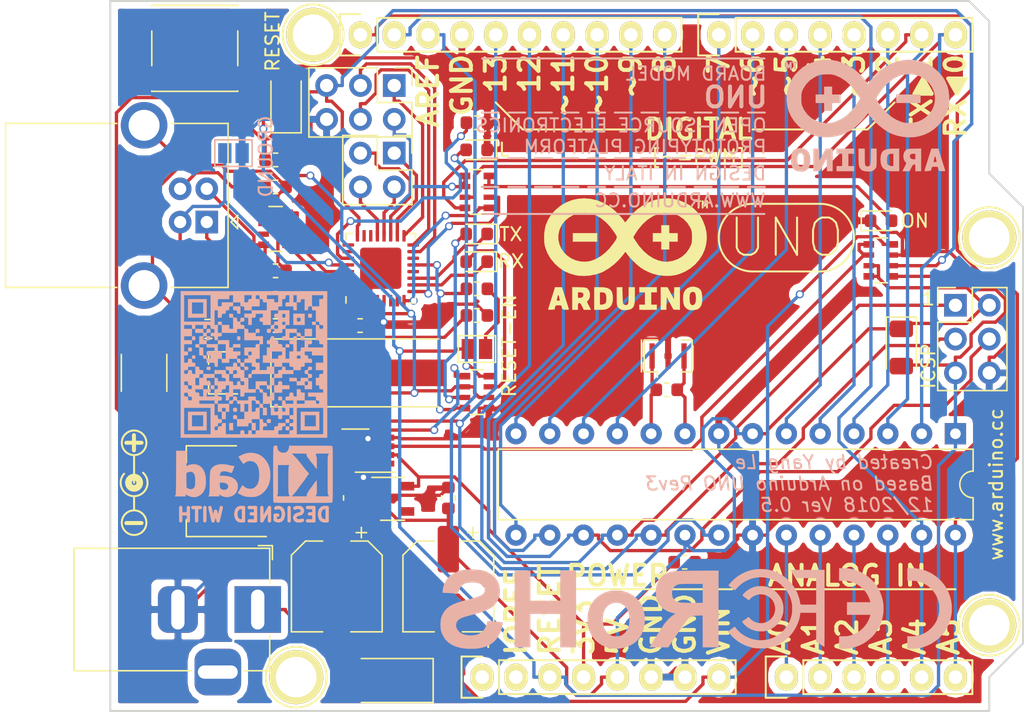
<source format=kicad_pcb>
(kicad_pcb (version 20171130) (host pcbnew 5.0.2-bee76a0~70~ubuntu18.04.1)
  (title_block (date "lun. 30 mars 2015"))
  (layers (0 F.Cu signal) (31 B.Cu signal) (34 B.Paste user) (35 F.Paste user) (36 B.SilkS user) (37 F.SilkS user) (38 B.Mask user) (39 F.Mask user) (44 Edge.Cuts user))
  (net 0 "")
  (net 1 +5V)
  (net 2 GND)
  (net 3 "Net-(P5-Pad1)")
  (net 4 "Net-(P6-Pad1)")
  (net 5 "Net-(P7-Pad1)")
  (net 6 "Net-(P8-Pad1)")
  (net 7 "Net-(P1-Pad1)")
  (net 8 +3V3)
  (net 9 /Main/VIN)
  (net 10 "Net-(C6-Pad1)")
  (net 11 "Net-(C7-Pad1)")
  (net 12 "Net-(C9-Pad1)")
  (net 13 "Net-(C10-Pad1)")
  (net 14 /Main/DTR)
  (net 15 "Net-(D1-Pad2)")
  (net 16 "Net-(D2-Pad2)")
  (net 17 "Net-(D3-Pad2)")
  (net 18 "Net-(D4-Pad1)")
  (net 19 "Net-(D4-Pad2)")
  (net 20 "Net-(D5-Pad2)")
  (net 21 "Net-(D5-Pad1)")
  (net 22 /Main/Reset)
  (net 23 "Net-(D7-Pad2)")
  (net 24 /Power/USBVCC)
  (net 25 "Net-(F1-Pad2)")
  (net 26 "Net-(FB1-Pad1)")
  (net 27 "Net-(FB1-Pad2)")
  (net 28 "Net-(J2-Pad2)")
  (net 29 "Net-(J2-Pad3)")
  (net 30 /USB/MISO2)
  (net 31 /USB/SCK2)
  (net 32 /USB/MOSI2)
  (net 33 "Net-(J4-Pad1)")
  (net 34 "Net-(J4-Pad2)")
  (net 35 "Net-(J4-Pad3)")
  (net 36 "Net-(J4-Pad4)")
  (net 37 "/Main/11(**/MOSI)")
  (net 38 "/Main/13(SCK)")
  (net 39 "/Main/12(MISO)")
  (net 40 /Main/IOREF)
  (net 41 /Main/A0)
  (net 42 /Main/A1)
  (net 43 /Main/A2)
  (net 44 /Main/A3)
  (net 45 "/Main/A4(SDA)")
  (net 46 "/Main/A5(SCL)")
  (net 47 /Main/AREF)
  (net 48 "/Main/10(**/SS)")
  (net 49 "/Main/9(**)")
  (net 50 /Main/8)
  (net 51 /Main/7)
  (net 52 "/Main/6(**)")
  (net 53 "/Main/5(**)")
  (net 54 /Main/4)
  (net 55 "/Main/3(**)")
  (net 56 /Main/2)
  (net 57 "/Main/1(Tx)")
  (net 58 "/Main/0(Rx)")
  (net 59 "Net-(Q1-Pad2)")
  (net 60 "Net-(R2-Pad1)")
  (net 61 "Net-(R2-Pad2)")
  (net 62 "Net-(RN1-Pad1)")
  (net 63 "Net-(RN2-Pad1)")
  (net 64 "Net-(RN3-Pad4)")
  (net 65 "Net-(RN3-Pad1)")
  (net 66 /Main/M8RXD)
  (net 67 /Main/M8TXD)
  (net 68 "Net-(U3-Pad4)")
  (net 69 "Net-(U4-Pad5)")
  (net 70 "Net-(U4-Pad6)")
  (net 71 "Net-(U4-Pad7)")
  (net 72 "Net-(U4-Pad12)")
  (net 73 "Net-(U4-Pad14)")
  (net 74 "Net-(U4-Pad22)")
  (net 75 "Net-(U4-Pad23)")
  (net 76 "Net-(U4-Pad25)")
  (net 77 "Net-(U4-Pad26)")
  (module LOGO (layer B.Cu) (at 121.793 100.33)
    (fp_text reference G*** hide)
    (fp_text value LOGO hide)
  )
  (module Symbol:Symbol_KiCAD-Logo_CopperAndSilkScreenTop (layer B.Cu) (at 121.793 108.3945 180)
    (fp_text reference REF** hide)
    (fp_text value "KiCAD Logo" hide)
  )
  (module LOGO (layer B.Cu) (at 167.894 81.661 180)
    (fp_text reference G*** hide)
    (fp_text value LOGO hide)
    (fp_text user TM (at 5.743222 3.739445 180) (layer B.SilkS) (effects (font (size 0.5 0.5) (thickness 0.125)) (justify mirror)))
  )
  (module LOGO (layer F.Cu) (at 149.733 92.075)
    (fp_text reference G*** hide)
    (fp_text value LOGO hide)
    (fp_text user TM (at 5.743222 -3.739445) (layer F.SilkS) (effects (font (size 0.5 0.5) (thickness 0.125))))
  )
  (module Button_Switch_SMD:SW_SPST_PTS645 (layer F.Cu) (at 117.348 76.581 180)
    (fp_text reference RESET (at -5.842 0.508 270) (layer F.SilkS))
    (fp_text value RESET)
    (pad 2 smd rect (at 3.98 2.25 180) (size 1.55 1.3) (layers F.Cu F.Paste F.Mask) (net 2 GND))
    (pad 1 smd rect (at 3.98 -2.25 180) (size 1.55 1.3) (layers F.Cu F.Paste F.Mask) (net 22 /Main/Reset))
    (pad 1 smd rect (at -3.98 -2.25 180) (size 1.55 1.3) (layers F.Cu F.Paste F.Mask) (net 22 /Main/Reset))
    (pad 2 smd rect (at -3.98 2.25 180) (size 1.55 1.3) (layers F.Cu F.Paste F.Mask) (net 2 GND))
  )
  (module Socket_Arduino_Uno:Socket_Strip_Arduino_1x08 (layer F.Cu) (at 138.938 123.825)
    (fp_text reference P1 hide)
    (fp_text value Power)
    (pad 1 thru_hole oval (at 0 0) (size 1.7272 2.032) (drill 1.016) (layers *.Cu *.Mask F.SilkS) (net 7 "Net-(P1-Pad1)"))
    (pad 2 thru_hole oval (at 2.54 0) (size 1.7272 2.032) (drill 1.016) (layers *.Cu *.Mask F.SilkS) (net 40 /Main/IOREF))
    (pad 3 thru_hole oval (at 5.08 0) (size 1.7272 2.032) (drill 1.016) (layers *.Cu *.Mask F.SilkS) (net 22 /Main/Reset))
    (pad 4 thru_hole oval (at 7.62 0) (size 1.7272 2.032) (drill 1.016) (layers *.Cu *.Mask F.SilkS) (net 8 +3V3))
    (pad 5 thru_hole oval (at 10.16 0) (size 1.7272 2.032) (drill 1.016) (layers *.Cu *.Mask F.SilkS) (net 1 +5V))
    (pad 6 thru_hole oval (at 12.7 0) (size 1.7272 2.032) (drill 1.016) (layers *.Cu *.Mask F.SilkS) (net 2 GND))
    (pad 7 thru_hole oval (at 15.24 0) (size 1.7272 2.032) (drill 1.016) (layers *.Cu *.Mask F.SilkS) (net 2 GND))
    (pad 8 thru_hole oval (at 17.78 0) (size 1.7272 2.032) (drill 1.016) (layers *.Cu *.Mask F.SilkS) (net 9 /Main/VIN))
  )
  (module Socket_Arduino_Uno:Socket_Strip_Arduino_1x06 (layer F.Cu) (at 161.798 123.825)
    (fp_text reference P2 hide)
    (fp_text value Analog)
    (pad 1 thru_hole oval (at 0 0) (size 1.7272 2.032) (drill 1.016) (layers *.Cu *.Mask F.SilkS) (net 41 /Main/A0))
    (pad 2 thru_hole oval (at 2.54 0) (size 1.7272 2.032) (drill 1.016) (layers *.Cu *.Mask F.SilkS) (net 42 /Main/A1))
    (pad 3 thru_hole oval (at 5.08 0) (size 1.7272 2.032) (drill 1.016) (layers *.Cu *.Mask F.SilkS) (net 43 /Main/A2))
    (pad 4 thru_hole oval (at 7.62 0) (size 1.7272 2.032) (drill 1.016) (layers *.Cu *.Mask F.SilkS) (net 44 /Main/A3))
    (pad 5 thru_hole oval (at 10.16 0) (size 1.7272 2.032) (drill 1.016) (layers *.Cu *.Mask F.SilkS) (net 45 "/Main/A4(SDA)"))
    (pad 6 thru_hole oval (at 12.7 0) (size 1.7272 2.032) (drill 1.016) (layers *.Cu *.Mask F.SilkS) (net 46 "/Main/A5(SCL)"))
  )
  (module Socket_Arduino_Uno:Socket_Strip_Arduino_1x10 (layer F.Cu) (at 129.794 75.565)
    (fp_text reference P3 hide)
    (fp_text value Digital)
    (pad 1 thru_hole oval (at 0 0) (size 1.7272 2.032) (drill 1.016) (layers *.Cu *.Mask F.SilkS) (net 46 "/Main/A5(SCL)"))
    (pad 2 thru_hole oval (at 2.54 0) (size 1.7272 2.032) (drill 1.016) (layers *.Cu *.Mask F.SilkS) (net 45 "/Main/A4(SDA)"))
    (pad 3 thru_hole oval (at 5.08 0) (size 1.7272 2.032) (drill 1.016) (layers *.Cu *.Mask F.SilkS) (net 47 /Main/AREF))
    (pad 4 thru_hole oval (at 7.62 0) (size 1.7272 2.032) (drill 1.016) (layers *.Cu *.Mask F.SilkS) (net 2 GND))
    (pad 5 thru_hole oval (at 10.16 0) (size 1.7272 2.032) (drill 1.016) (layers *.Cu *.Mask F.SilkS) (net 38 "/Main/13(SCK)"))
    (pad 6 thru_hole oval (at 12.7 0) (size 1.7272 2.032) (drill 1.016) (layers *.Cu *.Mask F.SilkS) (net 39 "/Main/12(MISO)"))
    (pad 7 thru_hole oval (at 15.24 0) (size 1.7272 2.032) (drill 1.016) (layers *.Cu *.Mask F.SilkS) (net 37 "/Main/11(**/MOSI)"))
    (pad 8 thru_hole oval (at 17.78 0) (size 1.7272 2.032) (drill 1.016) (layers *.Cu *.Mask F.SilkS) (net 48 "/Main/10(**/SS)"))
    (pad 9 thru_hole oval (at 20.32 0) (size 1.7272 2.032) (drill 1.016) (layers *.Cu *.Mask F.SilkS) (net 49 "/Main/9(**)"))
    (pad 10 thru_hole oval (at 22.86 0) (size 1.7272 2.032) (drill 1.016) (layers *.Cu *.Mask F.SilkS) (net 50 /Main/8))
  )
  (module Socket_Arduino_Uno:Socket_Strip_Arduino_1x08 (layer F.Cu) (at 156.718 75.565)
    (fp_text reference P4 hide)
    (fp_text value Digital)
    (pad 1 thru_hole oval (at 0 0) (size 1.7272 2.032) (drill 1.016) (layers *.Cu *.Mask F.SilkS) (net 51 /Main/7))
    (pad 2 thru_hole oval (at 2.54 0) (size 1.7272 2.032) (drill 1.016) (layers *.Cu *.Mask F.SilkS) (net 52 "/Main/6(**)"))
    (pad 3 thru_hole oval (at 5.08 0) (size 1.7272 2.032) (drill 1.016) (layers *.Cu *.Mask F.SilkS) (net 53 "/Main/5(**)"))
    (pad 4 thru_hole oval (at 7.62 0) (size 1.7272 2.032) (drill 1.016) (layers *.Cu *.Mask F.SilkS) (net 54 /Main/4))
    (pad 5 thru_hole oval (at 10.16 0) (size 1.7272 2.032) (drill 1.016) (layers *.Cu *.Mask F.SilkS) (net 55 "/Main/3(**)"))
    (pad 6 thru_hole oval (at 12.7 0) (size 1.7272 2.032) (drill 1.016) (layers *.Cu *.Mask F.SilkS) (net 56 /Main/2))
    (pad 7 thru_hole oval (at 15.24 0) (size 1.7272 2.032) (drill 1.016) (layers *.Cu *.Mask F.SilkS) (net 57 "/Main/1(Tx)"))
    (pad 8 thru_hole oval (at 17.78 0) (size 1.7272 2.032) (drill 1.016) (layers *.Cu *.Mask F.SilkS) (net 58 "/Main/0(Rx)"))
  )
  (module Socket_Arduino_Uno:Arduino_1pin (layer F.Cu) (at 124.968 123.825)
    (fp_text reference P5 hide)
    (fp_text value CONN_01X01 hide)
    (pad 1 thru_hole circle (at 0 0) (size 4.064 4.064) (drill 3.048) (layers *.Cu *.Mask F.SilkS) (net 3 "Net-(P5-Pad1)"))
  )
  (module Socket_Arduino_Uno:Arduino_1pin (layer F.Cu) (at 177.038 119.927)
    (fp_text reference P6 hide)
    (fp_text value CONN_01X01 hide)
    (pad 1 thru_hole circle (at 0 0) (size 4.064 4.064) (drill 3.048) (layers *.Cu *.Mask F.SilkS) (net 4 "Net-(P6-Pad1)"))
  )
  (module Socket_Arduino_Uno:Arduino_1pin (layer F.Cu) (at 126.238 75.565)
    (fp_text reference P7 hide)
    (fp_text value CONN_01X01 hide)
    (pad 1 thru_hole circle (at 0 0) (size 4.064 4.064) (drill 3.048) (layers *.Cu *.Mask F.SilkS) (net 5 "Net-(P7-Pad1)"))
  )
  (module Socket_Arduino_Uno:Arduino_1pin (layer F.Cu) (at 177.038 90.805)
    (fp_text reference P8 hide)
    (fp_text value CONN_01X01 hide)
    (pad 1 thru_hole circle (at 0 0) (size 4.064 4.064) (drill 3.048) (layers *.Cu *.Mask F.SilkS) (net 6 "Net-(P8-Pad1)"))
  )
  (module Capacitor_SMD:C_0603_1608Metric (layer F.Cu) (at 136.398 110.363 90)
    (fp_text reference C3 hide)
    (fp_text value 100n)
    (pad 2 smd roundrect (at 0.7875 0 90) (size 0.875 0.95) (layers F.Cu F.Paste F.Mask) (net 2 GND))
    (pad 1 smd roundrect (at -0.7875 0 90) (size 0.875 0.95) (layers F.Cu F.Paste F.Mask) (net 1 +5V))
  )
  (module Capacitor_SMD:C_0603_1608Metric (layer F.Cu) (at 128.016 110.363 90)
    (fp_text reference C4 hide)
    (fp_text value 100n)
    (pad 2 smd roundrect (at 0.7875 0 90) (size 0.875 0.95) (layers F.Cu F.Paste F.Mask) (net 2 GND))
    (pad 1 smd roundrect (at -0.7875 0 90) (size 0.875 0.95) (layers F.Cu F.Paste F.Mask) (net 1 +5V))
  )
  (module Capacitor_SMD:C_0603_1608Metric (layer F.Cu) (at 154.152 115.189)
    (fp_text reference C5 hide)
    (fp_text value 1u)
    (pad 2 smd roundrect (at 0.7875 0) (size 0.875 0.95) (layers F.Cu F.Paste F.Mask) (net 2 GND))
    (pad 1 smd roundrect (at -0.7875 0) (size 0.875 0.95) (layers F.Cu F.Paste F.Mask) (net 8 +3V3))
  )
  (module Capacitor_SMD:C_0603_1608Metric (layer F.Cu) (at 123.418 97.409 180)
    (fp_text reference C6 hide)
    (fp_text value 22p)
    (pad 2 smd roundrect (at 0.7875 0 180) (size 0.875 0.95) (layers F.Cu F.Paste F.Mask) (net 2 GND))
    (pad 1 smd roundrect (at -0.7875 0 180) (size 0.875 0.95) (layers F.Cu F.Paste F.Mask) (net 10 "Net-(C6-Pad1)"))
  )
  (module Capacitor_SMD:C_0603_1608Metric (layer F.Cu) (at 138.546 96.652)
    (fp_text reference C7 hide)
    (fp_text value 22p)
    (pad 1 smd roundrect (at -0.7875 0) (size 0.875 0.95) (layers F.Cu F.Paste F.Mask) (net 11 "Net-(C7-Pad1)"))
    (pad 2 smd roundrect (at 0.7875 0) (size 0.875 0.95) (layers F.Cu F.Paste F.Mask) (net 2 GND))
  )
  (module Capacitor_SMD:C_0603_1608Metric (layer F.Cu) (at 123.418 95.377 180)
    (fp_text reference C8 hide)
    (fp_text value 100n)
    (pad 1 smd roundrect (at -0.7875 0 180) (size 0.875 0.95) (layers F.Cu F.Paste F.Mask) (net 1 +5V))
    (pad 2 smd roundrect (at 0.7875 0 180) (size 0.875 0.95) (layers F.Cu F.Paste F.Mask) (net 2 GND))
  )
  (module Capacitor_SMD:C_0603_1608Metric (layer F.Cu) (at 138.546 82.169)
    (fp_text reference C9 hide)
    (fp_text value 1u)
    (pad 1 smd roundrect (at -0.7875 0) (size 0.875 0.95) (layers F.Cu F.Paste F.Mask) (net 12 "Net-(C9-Pad1)"))
    (pad 2 smd roundrect (at 0.7875 0) (size 0.875 0.95) (layers F.Cu F.Paste F.Mask) (net 2 GND))
  )
  (module Capacitor_SMD:C_0603_1608Metric (layer F.Cu) (at 138.546 94.6515 180)
    (fp_text reference C10 hide)
    (fp_text value 100n)
    (pad 1 smd roundrect (at -0.7875 0 180) (size 0.875 0.95) (layers F.Cu F.Paste F.Mask) (net 13 "Net-(C10-Pad1)"))
    (pad 2 smd roundrect (at 0.7875 0 180) (size 0.875 0.95) (layers F.Cu F.Paste F.Mask) (net 14 /Main/DTR))
  )
  (module Capacitor_SMD:C_0603_1608Metric (layer F.Cu) (at 123.418 84.963)
    (fp_text reference C11 hide)
    (fp_text value 100n)
    (pad 2 smd roundrect (at 0.7875 0) (size 0.875 0.95) (layers F.Cu F.Paste F.Mask) (net 2 GND))
    (pad 1 smd roundrect (at -0.7875 0) (size 0.875 0.95) (layers F.Cu F.Paste F.Mask) (net 1 +5V))
  )
  (module Diode_SMD:D_SMA (layer F.Cu) (at 131.858 124.079 180)
    (fp_text reference D1 hide)
    (fp_text value M7)
    (pad 1 smd rect (at -2 0 180) (size 2.5 1.8) (layers F.Cu F.Paste F.Mask) (net 9 /Main/VIN))
    (pad 2 smd rect (at 2 0 180) (size 2.5 1.8) (layers F.Cu F.Paste F.Mask) (net 15 "Net-(D1-Pad2)"))
  )
  (module LED_SMD:LED_0603_1608Metric (layer F.Cu) (at 168.91 89.535)
    (fp_text reference ON (at 2.54 0) (layer F.SilkS))
    (fp_text value ON)
    (pad 2 smd roundrect (at 0.7875 0) (size 0.875 0.95) (layers F.Cu F.Paste F.Mask) (net 16 "Net-(D2-Pad2)"))
    (pad 1 smd roundrect (at -0.7875 0) (size 0.875 0.95) (layers F.Cu F.Paste F.Mask) (net 2 GND))
  )
  (module Diode_SMD:D_1206_3216Metric (layer F.Cu) (at 124.206 80.645 90)
    (fp_text reference D3 hide)
    (fp_text value CD1206-S01575)
    (pad 2 smd roundrect (at 1.4 0 90) (size 1.25 1.75) (layers F.Cu F.Paste F.Mask) (roundrect_rratio 0.2) (net 17 "Net-(D3-Pad2)"))
    (pad 1 smd roundrect (at -1.4 0 90) (size 1.25 1.75) (layers F.Cu F.Paste F.Mask) (roundrect_rratio 0.2) (net 1 +5V))
  )
  (module LED_SMD:LED_0603_1608Metric (layer F.Cu) (at 138.526 90.5305 180)
    (fp_text reference TX (at -2.571 -0.0205 180) (layer F.SilkS))
    (fp_text value TX)
    (pad 1 smd roundrect (at -0.7875 0 180) (size 0.875 0.95) (layers F.Cu F.Paste F.Mask) (net 18 "Net-(D4-Pad1)"))
    (pad 2 smd roundrect (at 0.7875 0 180) (size 0.875 0.95) (layers F.Cu F.Paste F.Mask) (net 19 "Net-(D4-Pad2)"))
  )
  (module LED_SMD:LED_0603_1608Metric (layer F.Cu) (at 138.526 92.611 180)
    (fp_text reference RX (at -2.571 0.028 180) (layer F.SilkS))
    (fp_text value RX)
    (pad 2 smd roundrect (at 0.7875 0 180) (size 0.875 0.95) (layers F.Cu F.Paste F.Mask) (net 20 "Net-(D5-Pad2)"))
    (pad 1 smd roundrect (at -0.7875 0 180) (size 0.875 0.95) (layers F.Cu F.Paste F.Mask) (net 21 "Net-(D5-Pad1)"))
  )
  (module Diode_SMD:D_1206_3216Metric (layer F.Cu) (at 170.434 99.057 270)
    (fp_text reference D6 hide)
    (fp_text value CD1206-S01575)
    (pad 1 smd roundrect (at -1.4 0 270) (size 1.25 1.75) (layers F.Cu F.Paste F.Mask) (roundrect_rratio 0.2) (net 1 +5V))
    (pad 2 smd roundrect (at 1.4 0 270) (size 1.25 1.75) (layers F.Cu F.Paste F.Mask) (roundrect_rratio 0.2) (net 22 /Main/Reset))
  )
  (module LED_SMD:LED_0603_1608Metric (layer F.Cu) (at 138.526 84.2095 180)
    (fp_text reference L (at -2.063 0.0085 180) (layer F.SilkS))
    (fp_text value L)
    (pad 1 smd roundrect (at -0.7875 0 180) (size 0.875 0.95) (layers F.Cu F.Paste F.Mask) (net 2 GND))
    (pad 2 smd roundrect (at 0.7875 0 180) (size 0.875 0.95) (layers F.Cu F.Paste F.Mask) (net 23 "Net-(D7-Pad2)"))
  )
  (module Fuse:Fuse_1812_4532Metric (layer F.Cu) (at 113.538 100.965 90)
    (fp_text reference F1 hide)
    (fp_text value MF-MSMF050-2)
    (pad 1 smd roundrect (at -2.1375 0 90) (size 1.125 3.4) (layers F.Cu F.Paste F.Mask) (roundrect_rratio 0.222222) (net 24 /Power/USBVCC))
    (pad 2 smd roundrect (at 2.1375 0 90) (size 1.125 3.4) (layers F.Cu F.Paste F.Mask) (roundrect_rratio 0.222222) (net 25 "Net-(F1-Pad2)"))
  )
  (module Inductor_SMD:L_0805_2012Metric (layer F.Cu) (at 118.364 97.663)
    (fp_text reference FB1 hide)
    (fp_text value BLM21)
    (pad 1 smd roundrect (at -0.9375 0) (size 0.975 1.4) (layers F.Cu F.Paste F.Mask) (net 26 "Net-(FB1-Pad1)"))
    (pad 2 smd roundrect (at 0.9375 0) (size 0.975 1.4) (layers F.Cu F.Paste F.Mask) (net 27 "Net-(FB1-Pad2)"))
  )
  (module Connector_BarrelJack:BarrelJack_Horizontal (layer F.Cu) (at 122.078 118.745)
    (fp_text reference J1 hide)
    (fp_text value Jack-DC)
    (pad 1 thru_hole rect (at 0 0) (size 3.5 3.5) (drill oval 1 3) (layers *.Cu *.Mask) (net 15 "Net-(D1-Pad2)"))
    (pad 2 thru_hole roundrect (at -6 0) (size 3 3.5) (drill oval 1 3) (layers *.Cu *.Mask) (net 2 GND))
    (pad 3 thru_hole roundrect (at -3 4.7) (size 3.5 3.5) (drill oval 3 1) (layers *.Cu *.Mask))
  )
  (module Connector_USB:USB_B_OST_USB-B1HSxx_Horizontal (layer F.Cu) (at 118.248 89.635 180)
    (fp_text reference J2 hide)
    (fp_text value USB_B)
    (pad 1 thru_hole rect (at 0 0 180) (size 1.7 1.7) (drill 0.92) (layers *.Cu *.Mask) (net 25 "Net-(F1-Pad2)"))
    (pad 2 thru_hole circle (at 0 2.5 180) (size 1.7 1.7) (drill 0.92) (layers *.Cu *.Mask) (net 28 "Net-(J2-Pad2)"))
    (pad 3 thru_hole circle (at 2 2.5 180) (size 1.7 1.7) (drill 0.92) (layers *.Cu *.Mask) (net 29 "Net-(J2-Pad3)"))
    (pad 4 thru_hole circle (at 2 0 180) (size 1.7 1.7) (drill 0.92) (layers *.Cu *.Mask) (net 27 "Net-(FB1-Pad2)"))
    (pad 5 thru_hole circle (at 4.71 -4.77 180) (size 3.5 3.5) (drill 2.33) (layers *.Cu *.Mask) (net 26 "Net-(FB1-Pad1)"))
    (pad 5 thru_hole circle (at 4.71 7.27 180) (size 3.5 3.5) (drill 2.33) (layers *.Cu *.Mask) (net 26 "Net-(FB1-Pad1)"))
  )
  (module Connector_PinHeader_2.54mm:PinHeader_2x03_P2.54mm_Vertical (layer F.Cu) (at 132.334 79.375 270)
    (fp_text reference J3 hide)
    (fp_text value Conn_02x03_Odd_Even)
    (pad 1 thru_hole rect (at 0 0 270) (size 1.7 1.7) (drill 1) (layers *.Cu *.Mask) (net 30 /USB/MISO2))
    (pad 2 thru_hole oval (at 2.54 0 270) (size 1.7 1.7) (drill 1) (layers *.Cu *.Mask) (net 1 +5V))
    (pad 3 thru_hole oval (at 0 2.54 270) (size 1.7 1.7) (drill 1) (layers *.Cu *.Mask) (net 31 /USB/SCK2))
    (pad 4 thru_hole oval (at 2.54 2.54 270) (size 1.7 1.7) (drill 1) (layers *.Cu *.Mask) (net 32 /USB/MOSI2))
    (pad 5 thru_hole oval (at 0 5.08 270) (size 1.7 1.7) (drill 1) (layers *.Cu *.Mask) (net 17 "Net-(D3-Pad2)"))
    (pad 6 thru_hole oval (at 2.54 5.08 270) (size 1.7 1.7) (drill 1) (layers *.Cu *.Mask) (net 2 GND))
  )
  (module Connector_PinHeader_2.54mm:PinHeader_2x02_P2.54mm_Vertical (layer F.Cu) (at 132.334 84.455 270)
    (fp_text reference J4 hide)
    (fp_text value Conn_02x02_Odd_Even)
    (pad 1 thru_hole rect (at 0 0 270) (size 1.7 1.7) (drill 1) (layers *.Cu *.Mask) (net 33 "Net-(J4-Pad1)"))
    (pad 2 thru_hole oval (at 2.54 0 270) (size 1.7 1.7) (drill 1) (layers *.Cu *.Mask) (net 34 "Net-(J4-Pad2)"))
    (pad 3 thru_hole oval (at 0 2.54 270) (size 1.7 1.7) (drill 1) (layers *.Cu *.Mask) (net 35 "Net-(J4-Pad3)"))
    (pad 4 thru_hole oval (at 2.54 2.54 270) (size 1.7 1.7) (drill 1) (layers *.Cu *.Mask) (net 36 "Net-(J4-Pad4)"))
  )
  (module Connector_PinHeader_2.54mm:PinHeader_2x03_P2.54mm_Vertical (layer F.Cu) (at 174.498 95.885)
    (fp_text reference ICSP (at -2.032 4.572 90) (layer F.SilkS))
    (fp_text value Conn_02x03_Odd_Even)
    (pad 6 thru_hole oval (at 2.54 5.08) (size 1.7 1.7) (drill 1) (layers *.Cu *.Mask) (net 2 GND))
    (pad 5 thru_hole oval (at 0 5.08) (size 1.7 1.7) (drill 1) (layers *.Cu *.Mask) (net 22 /Main/Reset))
    (pad 4 thru_hole oval (at 2.54 2.54) (size 1.7 1.7) (drill 1) (layers *.Cu *.Mask) (net 37 "/Main/11(**/MOSI)"))
    (pad 3 thru_hole oval (at 0 2.54) (size 1.7 1.7) (drill 1) (layers *.Cu *.Mask) (net 38 "/Main/13(SCK)"))
    (pad 2 thru_hole oval (at 2.54 0) (size 1.7 1.7) (drill 1) (layers *.Cu *.Mask) (net 1 +5V))
    (pad 1 thru_hole rect (at 0 0) (size 1.7 1.7) (drill 1) (layers *.Cu *.Mask) (net 39 "/Main/12(MISO)"))
  )
  (module Jumper:SolderJumper-2_P1.3mm_Open_Pad1.0x1.5mm (layer B.Cu) (at 120.254 84.455)
    (fp_text reference GROUND (at 2.428 0.254 90) (layer B.SilkS) (effects (justify mirror)))
    (fp_text value GROUND)
    (pad 2 smd rect (at 0.65 0) (size 1 1.5) (layers B.Cu B.Mask) (net 2 GND))
    (pad 1 smd rect (at -0.65 0) (size 1 1.5) (layers B.Cu B.Mask) (net 27 "Net-(FB1-Pad2)"))
  )
  (module Package_TO_SOT_SMD:SOT-23 (layer F.Cu) (at 119.148 100.965 180)
    (fp_text reference Q1 hide)
    (fp_text value FDN340P)
    (pad 1 smd rect (at -1 -0.95 180) (size 0.9 0.8) (layers F.Cu F.Paste F.Mask) (net 24 /Power/USBVCC))
    (pad 2 smd rect (at -1 0.95 180) (size 0.9 0.8) (layers F.Cu F.Paste F.Mask) (net 59 "Net-(Q1-Pad2)"))
    (pad 3 smd rect (at 1 0 180) (size 0.9 0.8) (layers F.Cu F.Paste F.Mask) (net 1 +5V))
  )
  (module Resistor_SMD:R_0603_1608Metric (layer F.Cu) (at 129.768 97.409)
    (fp_text reference R1 hide)
    (fp_text value 1M)
    (pad 1 smd roundrect (at -0.7875 0) (size 0.875 0.95) (layers F.Cu F.Paste F.Mask) (net 10 "Net-(C6-Pad1)"))
    (pad 2 smd roundrect (at 0.7875 0) (size 0.875 0.95) (layers F.Cu F.Paste F.Mask) (net 11 "Net-(C7-Pad1)"))
  )
  (module Resistor_SMD:R_0603_1608Metric (layer F.Cu) (at 152.808 102.235 180)
    (fp_text reference R2 hide)
    (fp_text value 1M)
    (pad 1 smd roundrect (at -0.7875 0 180) (size 0.875 0.95) (layers F.Cu F.Paste F.Mask) (net 60 "Net-(R2-Pad1)"))
    (pad 2 smd roundrect (at 0.7875 0 180) (size 0.875 0.95) (layers F.Cu F.Paste F.Mask) (net 61 "Net-(R2-Pad2)"))
  )
  (module Resistor_SMD:R_Array_Convex_4x0603 (layer F.Cu) (at 168.89 92.513)
    (fp_text reference RN1 hide)
    (fp_text value 10K)
    (pad 1 smd rect (at -0.9 -1.2) (size 0.8 0.5) (layers F.Cu F.Paste F.Mask) (net 62 "Net-(RN1-Pad1)"))
    (pad 3 smd rect (at -0.9 0.4) (size 0.8 0.4) (layers F.Cu F.Paste F.Mask) (net 1 +5V))
    (pad 2 smd rect (at -0.9 -0.4) (size 0.8 0.4) (layers F.Cu F.Paste F.Mask) (net 62 "Net-(RN1-Pad1)"))
    (pad 4 smd rect (at -0.9 1.2) (size 0.8 0.5) (layers F.Cu F.Paste F.Mask) (net 1 +5V))
    (pad 7 smd rect (at 0.9 -0.4) (size 0.8 0.4) (layers F.Cu F.Paste F.Mask) (net 2 GND))
    (pad 8 smd rect (at 0.9 -1.2) (size 0.8 0.5) (layers F.Cu F.Paste F.Mask) (net 9 /Main/VIN))
    (pad 6 smd rect (at 0.9 0.4) (size 0.8 0.4) (layers F.Cu F.Paste F.Mask) (net 17 "Net-(D3-Pad2)"))
    (pad 5 smd rect (at 0.9 1.2) (size 0.8 0.5) (layers F.Cu F.Paste F.Mask) (net 22 /Main/Reset))
  )
  (module Resistor_SMD:R_Array_Convex_4x0603 (layer F.Cu) (at 138.546 102.413)
    (fp_text reference RN2 hide)
    (fp_text value 1K)
    (pad 1 smd rect (at -0.9 -1.2) (size 0.8 0.5) (layers F.Cu F.Paste F.Mask) (net 63 "Net-(RN2-Pad1)"))
    (pad 3 smd rect (at -0.9 0.4) (size 0.8 0.4) (layers F.Cu F.Paste F.Mask) (net 19 "Net-(D4-Pad2)"))
    (pad 2 smd rect (at -0.9 -0.4) (size 0.8 0.4) (layers F.Cu F.Paste F.Mask) (net 1 +5V))
    (pad 4 smd rect (at -0.9 1.2) (size 0.8 0.5) (layers F.Cu F.Paste F.Mask) (net 14 /Main/DTR))
    (pad 7 smd rect (at 0.9 -0.4) (size 0.8 0.4) (layers F.Cu F.Paste F.Mask) (net 20 "Net-(D5-Pad2)"))
    (pad 8 smd rect (at 0.9 -1.2) (size 0.8 0.5) (layers F.Cu F.Paste F.Mask) (net 23 "Net-(D7-Pad2)"))
    (pad 6 smd rect (at 0.9 0.4) (size 0.8 0.4) (layers F.Cu F.Paste F.Mask) (net 1 +5V))
    (pad 5 smd rect (at 0.9 1.2) (size 0.8 0.5) (layers F.Cu F.Paste F.Mask) (net 2 GND))
  )
  (module Resistor_SMD:R_Array_Convex_4x0603 (layer F.Cu) (at 123.418 90.1451 180)
    (fp_text reference RN3 hide)
    (fp_text value 22)
    (pad 5 smd rect (at 0.9 1.2 180) (size 0.8 0.5) (layers F.Cu F.Paste F.Mask) (net 29 "Net-(J2-Pad3)"))
    (pad 6 smd rect (at 0.9 0.4 180) (size 0.8 0.4) (layers F.Cu F.Paste F.Mask))
    (pad 8 smd rect (at 0.9 -1.2 180) (size 0.8 0.5) (layers F.Cu F.Paste F.Mask) (net 28 "Net-(J2-Pad2)"))
    (pad 7 smd rect (at 0.9 -0.4 180) (size 0.8 0.4) (layers F.Cu F.Paste F.Mask))
    (pad 4 smd rect (at -0.9 1.2 180) (size 0.8 0.5) (layers F.Cu F.Paste F.Mask) (net 64 "Net-(RN3-Pad4)"))
    (pad 2 smd rect (at -0.9 -0.4 180) (size 0.8 0.4) (layers F.Cu F.Paste F.Mask))
    (pad 3 smd rect (at -0.9 0.4 180) (size 0.8 0.4) (layers F.Cu F.Paste F.Mask))
    (pad 1 smd rect (at -0.9 -1.2 180) (size 0.8 0.5) (layers F.Cu F.Paste F.Mask) (net 65 "Net-(RN3-Pad1)"))
  )
  (module Resistor_SMD:R_Array_Convex_4x0603 (layer F.Cu) (at 138.546 87.37 180)
    (fp_text reference RN4 hide)
    (fp_text value 1K)
    (pad 5 smd rect (at 0.9 1.2 180) (size 0.8 0.5) (layers F.Cu F.Paste F.Mask) (net 1 +5V))
    (pad 6 smd rect (at 0.9 0.4 180) (size 0.8 0.4) (layers F.Cu F.Paste F.Mask) (net 1 +5V))
    (pad 8 smd rect (at 0.9 -1.2 180) (size 0.8 0.5) (layers F.Cu F.Paste F.Mask) (net 57 "/Main/1(Tx)"))
    (pad 7 smd rect (at 0.9 -0.4 180) (size 0.8 0.4) (layers F.Cu F.Paste F.Mask) (net 58 "/Main/0(Rx)"))
    (pad 4 smd rect (at -0.9 1.2 180) (size 0.8 0.5) (layers F.Cu F.Paste F.Mask) (net 16 "Net-(D2-Pad2)"))
    (pad 2 smd rect (at -0.9 -0.4 180) (size 0.8 0.4) (layers F.Cu F.Paste F.Mask) (net 66 /Main/M8RXD))
    (pad 3 smd rect (at -0.9 0.4 180) (size 0.8 0.4) (layers F.Cu F.Paste F.Mask) (net 16 "Net-(D2-Pad2)"))
    (pad 1 smd rect (at -0.9 -1.2 180) (size 0.8 0.5) (layers F.Cu F.Paste F.Mask) (net 67 /Main/M8TXD))
  )
  (module Resistor_SMD:R_0603_1608Metric (layer F.Cu) (at 123.418 86.994)
    (fp_text reference RV1 hide)
    (fp_text value CG0603MLC-05E)
    (pad 2 smd roundrect (at 0.7875 0) (size 0.875 0.95) (layers F.Cu F.Paste F.Mask) (net 26 "Net-(FB1-Pad1)"))
    (pad 1 smd roundrect (at -0.7875 0) (size 0.875 0.95) (layers F.Cu F.Paste F.Mask) (net 29 "Net-(J2-Pad3)"))
  )
  (module Resistor_SMD:R_0603_1608Metric (layer F.Cu) (at 123.418 93.2961)
    (fp_text reference RV2 hide)
    (fp_text value CG0603MLC-05E)
    (pad 1 smd roundrect (at -0.7875 0) (size 0.875 0.95) (layers F.Cu F.Paste F.Mask) (net 28 "Net-(J2-Pad2)"))
    (pad 2 smd roundrect (at 0.7875 0) (size 0.875 0.95) (layers F.Cu F.Paste F.Mask) (net 26 "Net-(FB1-Pad1)"))
  )
  (module Package_TO_SOT_SMD:SOT-223-3_TabPin2 (layer F.Cu) (at 118.618 109.855 180)
    (fp_text reference U1 hide)
    (fp_text value NCP1117-5.0_SOT223)
    (pad 2 smd rect (at 3.15 0 180) (size 2 3.8) (layers F.Cu F.Paste F.Mask) (net 1 +5V))
    (pad 2 smd rect (at -3.15 0 180) (size 2 1.5) (layers F.Cu F.Paste F.Mask) (net 1 +5V))
    (pad 3 smd rect (at -3.15 2.3 180) (size 2 1.5) (layers F.Cu F.Paste F.Mask) (net 9 /Main/VIN))
    (pad 1 smd rect (at -3.15 -2.3 180) (size 2 1.5) (layers F.Cu F.Paste F.Mask) (net 2 GND))
  )
  (module Package_SO:VSSOP-8_3.0x3.0mm_P0.65mm (layer F.Cu) (at 129.413 106.807 180)
    (fp_text reference U2 hide)
    (fp_text value LMV358IDGKR)
    (pad 1 smd rect (at -2.2 -0.975 90) (size 0.45 1.45) (layers F.Cu F.Paste F.Mask) (net 59 "Net-(Q1-Pad2)"))
    (pad 2 smd rect (at -2.2 -0.325 90) (size 0.45 1.45) (layers F.Cu F.Paste F.Mask) (net 8 +3V3))
    (pad 3 smd rect (at -2.2 0.325 90) (size 0.45 1.45) (layers F.Cu F.Paste F.Mask) (net 62 "Net-(RN1-Pad1)"))
    (pad 4 smd rect (at -2.2 0.975 90) (size 0.45 1.45) (layers F.Cu F.Paste F.Mask) (net 2 GND))
    (pad 5 smd rect (at 2.2 0.975 90) (size 0.45 1.45) (layers F.Cu F.Paste F.Mask) (net 38 "/Main/13(SCK)"))
    (pad 6 smd rect (at 2.2 0.325 90) (size 0.45 1.45) (layers F.Cu F.Paste F.Mask) (net 63 "Net-(RN2-Pad1)"))
    (pad 7 smd rect (at 2.2 -0.325 90) (size 0.45 1.45) (layers F.Cu F.Paste F.Mask) (net 63 "Net-(RN2-Pad1)"))
    (pad 8 smd rect (at 2.2 -0.975 90) (size 0.45 1.45) (layers F.Cu F.Paste F.Mask) (net 1 +5V))
  )
  (module Package_TO_SOT_SMD:SOT-23-5 (layer F.Cu) (at 132.207 110.429)
    (fp_text reference U3 hide)
    (fp_text value LP2985-3.3)
    (pad 1 smd rect (at -1.1 -0.95) (size 1.06 0.65) (layers F.Cu F.Paste F.Mask) (net 1 +5V))
    (pad 2 smd rect (at -1.1 0) (size 1.06 0.65) (layers F.Cu F.Paste F.Mask) (net 2 GND))
    (pad 3 smd rect (at -1.1 0.95) (size 1.06 0.65) (layers F.Cu F.Paste F.Mask) (net 1 +5V))
    (pad 4 smd rect (at 1.1 0.95) (size 1.06 0.65) (layers F.Cu F.Paste F.Mask) (net 68 "Net-(U3-Pad4)"))
    (pad 5 smd rect (at 1.1 -0.95) (size 1.06 0.65) (layers F.Cu F.Paste F.Mask) (net 8 +3V3))
  )
  (module Package_DFN_QFN:QFN-32-1EP_5x5mm_P0.5mm_EP3.1x3.1mm (layer F.Cu) (at 131.318 93.105 90)
    (fp_text reference U4 hide)
    (fp_text value ATmega16U2-MU)
    (pad 33 smd roundrect (at 0 0 90) (size 3.1 3.1) (layers F.Cu F.Mask) (roundrect_rratio 0.08064499999999999) (net 2 GND))
    (pad 1 smd roundrect (at -2.4375 -1.75 90) (size 0.875 0.25) (layers F.Cu F.Paste F.Mask) (net 10 "Net-(C6-Pad1)"))
    (pad 2 smd roundrect (at -2.4375 -1.25 90) (size 0.875 0.25) (layers F.Cu F.Paste F.Mask) (net 11 "Net-(C7-Pad1)"))
    (pad 3 smd roundrect (at -2.4375 -0.75 90) (size 0.875 0.25) (layers F.Cu F.Paste F.Mask) (net 2 GND))
    (pad 4 smd roundrect (at -2.4375 -0.25 90) (size 0.875 0.25) (layers F.Cu F.Paste F.Mask) (net 1 +5V))
    (pad 5 smd roundrect (at -2.4375 0.25 90) (size 0.875 0.25) (layers F.Cu F.Paste F.Mask) (net 69 "Net-(U4-Pad5)"))
    (pad 6 smd roundrect (at -2.4375 0.75 90) (size 0.875 0.25) (layers F.Cu F.Paste F.Mask) (net 70 "Net-(U4-Pad6)"))
    (pad 7 smd roundrect (at -2.4375 1.25 90) (size 0.875 0.25) (layers F.Cu F.Paste F.Mask) (net 71 "Net-(U4-Pad7)"))
    (pad 8 smd roundrect (at -2.4375 1.75 90) (size 0.875 0.25) (layers F.Cu F.Paste F.Mask) (net 67 /Main/M8TXD))
    (pad 9 smd roundrect (at -1.75 2.4375 90) (size 0.25 0.875) (layers F.Cu F.Paste F.Mask) (net 66 /Main/M8RXD))
    (pad 10 smd roundrect (at -1.25 2.4375 90) (size 0.25 0.875) (layers F.Cu F.Paste F.Mask) (net 21 "Net-(D5-Pad1)"))
    (pad 11 smd roundrect (at -0.75 2.4375 90) (size 0.25 0.875) (layers F.Cu F.Paste F.Mask) (net 18 "Net-(D4-Pad1)"))
    (pad 12 smd roundrect (at -0.25 2.4375 90) (size 0.25 0.875) (layers F.Cu F.Paste F.Mask) (net 72 "Net-(U4-Pad12)"))
    (pad 13 smd roundrect (at 0.25 2.4375 90) (size 0.25 0.875) (layers F.Cu F.Paste F.Mask) (net 14 /Main/DTR))
    (pad 14 smd roundrect (at 0.75 2.4375 90) (size 0.25 0.875) (layers F.Cu F.Paste F.Mask) (net 73 "Net-(U4-Pad14)"))
    (pad 15 smd roundrect (at 1.25 2.4375 90) (size 0.25 0.875) (layers F.Cu F.Paste F.Mask) (net 31 /USB/SCK2))
    (pad 16 smd roundrect (at 1.75 2.4375 90) (size 0.25 0.875) (layers F.Cu F.Paste F.Mask) (net 32 /USB/MOSI2))
    (pad 17 smd roundrect (at 2.4375 1.75 90) (size 0.875 0.25) (layers F.Cu F.Paste F.Mask) (net 30 /USB/MISO2))
    (pad 18 smd roundrect (at 2.4375 1.25 90) (size 0.875 0.25) (layers F.Cu F.Paste F.Mask) (net 33 "Net-(J4-Pad1)"))
    (pad 19 smd roundrect (at 2.4375 0.75 90) (size 0.875 0.25) (layers F.Cu F.Paste F.Mask) (net 35 "Net-(J4-Pad3)"))
    (pad 20 smd roundrect (at 2.4375 0.25 90) (size 0.875 0.25) (layers F.Cu F.Paste F.Mask) (net 34 "Net-(J4-Pad2)"))
    (pad 21 smd roundrect (at 2.4375 -0.25 90) (size 0.875 0.25) (layers F.Cu F.Paste F.Mask) (net 36 "Net-(J4-Pad4)"))
    (pad 22 smd roundrect (at 2.4375 -0.75 90) (size 0.875 0.25) (layers F.Cu F.Paste F.Mask) (net 74 "Net-(U4-Pad22)"))
    (pad 23 smd roundrect (at 2.4375 -1.25 90) (size 0.875 0.25) (layers F.Cu F.Paste F.Mask) (net 75 "Net-(U4-Pad23)"))
    (pad 24 smd roundrect (at 2.4375 -1.75 90) (size 0.875 0.25) (layers F.Cu F.Paste F.Mask) (net 17 "Net-(D3-Pad2)"))
    (pad 25 smd roundrect (at 1.75 -2.4375 90) (size 0.25 0.875) (layers F.Cu F.Paste F.Mask) (net 76 "Net-(U4-Pad25)"))
    (pad 26 smd roundrect (at 1.25 -2.4375 90) (size 0.25 0.875) (layers F.Cu F.Paste F.Mask) (net 77 "Net-(U4-Pad26)"))
    (pad 27 smd roundrect (at 0.75 -2.4375 90) (size 0.25 0.875) (layers F.Cu F.Paste F.Mask) (net 12 "Net-(C9-Pad1)"))
    (pad 28 smd roundrect (at 0.25 -2.4375 90) (size 0.25 0.875) (layers F.Cu F.Paste F.Mask) (net 27 "Net-(FB1-Pad2)"))
    (pad 29 smd roundrect (at -0.25 -2.4375 90) (size 0.25 0.875) (layers F.Cu F.Paste F.Mask) (net 64 "Net-(RN3-Pad4)"))
    (pad 30 smd roundrect (at -0.75 -2.4375 90) (size 0.25 0.875) (layers F.Cu F.Paste F.Mask) (net 65 "Net-(RN3-Pad1)"))
    (pad 31 smd roundrect (at -1.25 -2.4375 90) (size 0.25 0.875) (layers F.Cu F.Paste F.Mask) (net 24 /Power/USBVCC))
    (pad 32 smd roundrect (at -1.75 -2.4375 90) (size 0.25 0.875) (layers F.Cu F.Paste F.Mask) (net 1 +5V))
  )
  (module Package_DIP:DIP-28_W7.62mm (layer F.Cu) (at 174.498 105.537 270)
    (fp_text reference U5 hide)
    (fp_text value ATmega328P-PU)
    (pad 1 thru_hole rect (at 0 0 270) (size 1.6 1.6) (drill 0.8) (layers *.Cu *.Mask) (net 22 /Main/Reset))
    (pad 15 thru_hole oval (at 7.62 33.02 270) (size 1.6 1.6) (drill 0.8) (layers *.Cu *.Mask) (net 49 "/Main/9(**)"))
    (pad 2 thru_hole oval (at 0 2.54 270) (size 1.6 1.6) (drill 0.8) (layers *.Cu *.Mask) (net 58 "/Main/0(Rx)"))
    (pad 16 thru_hole oval (at 7.62 30.48 270) (size 1.6 1.6) (drill 0.8) (layers *.Cu *.Mask) (net 48 "/Main/10(**/SS)"))
    (pad 3 thru_hole oval (at 0 5.08 270) (size 1.6 1.6) (drill 0.8) (layers *.Cu *.Mask) (net 57 "/Main/1(Tx)"))
    (pad 17 thru_hole oval (at 7.62 27.94 270) (size 1.6 1.6) (drill 0.8) (layers *.Cu *.Mask) (net 37 "/Main/11(**/MOSI)"))
    (pad 4 thru_hole oval (at 0 7.62 270) (size 1.6 1.6) (drill 0.8) (layers *.Cu *.Mask) (net 56 /Main/2))
    (pad 18 thru_hole oval (at 7.62 25.4 270) (size 1.6 1.6) (drill 0.8) (layers *.Cu *.Mask) (net 39 "/Main/12(MISO)"))
    (pad 5 thru_hole oval (at 0 10.16 270) (size 1.6 1.6) (drill 0.8) (layers *.Cu *.Mask) (net 55 "/Main/3(**)"))
    (pad 19 thru_hole oval (at 7.62 22.86 270) (size 1.6 1.6) (drill 0.8) (layers *.Cu *.Mask) (net 38 "/Main/13(SCK)"))
    (pad 6 thru_hole oval (at 0 12.7 270) (size 1.6 1.6) (drill 0.8) (layers *.Cu *.Mask) (net 54 /Main/4))
    (pad 20 thru_hole oval (at 7.62 20.32 270) (size 1.6 1.6) (drill 0.8) (layers *.Cu *.Mask) (net 1 +5V))
    (pad 7 thru_hole oval (at 0 15.24 270) (size 1.6 1.6) (drill 0.8) (layers *.Cu *.Mask) (net 1 +5V))
    (pad 21 thru_hole oval (at 7.62 17.78 270) (size 1.6 1.6) (drill 0.8) (layers *.Cu *.Mask) (net 47 /Main/AREF))
    (pad 8 thru_hole oval (at 0 17.78 270) (size 1.6 1.6) (drill 0.8) (layers *.Cu *.Mask) (net 2 GND))
    (pad 22 thru_hole oval (at 7.62 15.24 270) (size 1.6 1.6) (drill 0.8) (layers *.Cu *.Mask) (net 2 GND))
    (pad 9 thru_hole oval (at 0 20.32 270) (size 1.6 1.6) (drill 0.8) (layers *.Cu *.Mask) (net 60 "Net-(R2-Pad1)"))
    (pad 23 thru_hole oval (at 7.62 12.7 270) (size 1.6 1.6) (drill 0.8) (layers *.Cu *.Mask) (net 41 /Main/A0))
    (pad 10 thru_hole oval (at 0 22.86 270) (size 1.6 1.6) (drill 0.8) (layers *.Cu *.Mask) (net 61 "Net-(R2-Pad2)"))
    (pad 24 thru_hole oval (at 7.62 10.16 270) (size 1.6 1.6) (drill 0.8) (layers *.Cu *.Mask) (net 42 /Main/A1))
    (pad 11 thru_hole oval (at 0 25.4 270) (size 1.6 1.6) (drill 0.8) (layers *.Cu *.Mask) (net 53 "/Main/5(**)"))
    (pad 25 thru_hole oval (at 7.62 7.62 270) (size 1.6 1.6) (drill 0.8) (layers *.Cu *.Mask) (net 43 /Main/A2))
    (pad 12 thru_hole oval (at 0 27.94 270) (size 1.6 1.6) (drill 0.8) (layers *.Cu *.Mask) (net 52 "/Main/6(**)"))
    (pad 26 thru_hole oval (at 7.62 5.08 270) (size 1.6 1.6) (drill 0.8) (layers *.Cu *.Mask) (net 44 /Main/A3))
    (pad 13 thru_hole oval (at 0 30.48 270) (size 1.6 1.6) (drill 0.8) (layers *.Cu *.Mask) (net 51 /Main/7))
    (pad 27 thru_hole oval (at 7.62 2.54 270) (size 1.6 1.6) (drill 0.8) (layers *.Cu *.Mask) (net 45 "/Main/A4(SDA)"))
    (pad 14 thru_hole oval (at 0 33.02 270) (size 1.6 1.6) (drill 0.8) (layers *.Cu *.Mask) (net 50 /Main/8))
    (pad 28 thru_hole oval (at 7.62 0 270) (size 1.6 1.6) (drill 0.8) (layers *.Cu *.Mask) (net 46 "/Main/A5(SCL)"))
  )
  (module Crystal:Crystal_SMD_HC49-SD (layer F.Cu) (at 129.768 100.965)
    (fp_text reference Y1 hide)
    (fp_text value Crystal)
    (pad 1 smd rect (at -4.25 0) (size 4.5 2) (layers F.Cu F.Paste F.Mask) (net 10 "Net-(C6-Pad1)"))
    (pad 2 smd rect (at 4.25 0) (size 4.5 2) (layers F.Cu F.Paste F.Mask) (net 11 "Net-(C7-Pad1)"))
  )
  (module Crystal:Resonator_SMD_muRata_CSTxExxV-3Pin_3.0x1.1mm (layer F.Cu) (at 152.908 99.695)
    (fp_text reference Y2 hide)
    (fp_text value CSTCE16M0V53-R0)
    (pad 1 smd rect (at -1.2 0) (size 0.4 1.9) (layers F.Cu F.Paste F.Mask) (net 61 "Net-(R2-Pad2)"))
    (pad 2 smd rect (at 0 0) (size 0.4 1.9) (layers F.Cu F.Paste F.Mask) (net 2 GND))
    (pad 3 smd rect (at 1.2 0) (size 0.4 1.9) (layers F.Cu F.Paste F.Mask) (net 60 "Net-(R2-Pad1)"))
  )
  (module Capacitor_SMD:CP_Elec_6.3x5.9 (layer F.Cu) (at 128.016 117.011 270)
    (fp_text reference C1 hide)
    (fp_text value 47u)
    (pad 2 smd roundrect (at 2.8 0 270) (size 3.5 1.6) (layers F.Cu F.Paste F.Mask) (roundrect_rratio 0.15625) (net 2 GND))
    (pad 1 smd roundrect (at -2.8 0 270) (size 3.5 1.6) (layers F.Cu F.Paste F.Mask) (roundrect_rratio 0.15625) (net 9 /Main/VIN))
  )
  (module Capacitor_SMD:CP_Elec_6.3x5.9 (layer F.Cu) (at 136.398 117.011 270)
    (fp_text reference C2 hide)
    (fp_text value 47u)
    (pad 1 smd roundrect (at -2.8 0 270) (size 3.5 1.6) (layers F.Cu F.Paste F.Mask) (roundrect_rratio 0.15625) (net 1 +5V))
    (pad 2 smd roundrect (at 2.8 0 270) (size 3.5 1.6) (layers F.Cu F.Paste F.Mask) (roundrect_rratio 0.15625) (net 2 GND))
  )
  (module Jumper:SolderJumper-2_P1.3mm_Open_Pad1.0x1.5mm (layer F.Cu) (at 138.546 99.1725)
    (fp_text reference RESET-EN (at 2.424 -0.2395 90) (layer F.SilkS))
    (fp_text value RESET-EN)
    (pad 2 smd rect (at 0.65 0) (size 1 1.5) (layers F.Cu F.Mask) (net 13 "Net-(C10-Pad1)"))
    (pad 1 smd rect (at -0.65 0) (size 1 1.5) (layers F.Cu F.Mask) (net 22 /Main/Reset))
  )
  (module Symbol:Symbol_Barrel_Polarity (layer F.Cu) (at 112.7125 109.22 90)
    (fp_text reference REF** hide)
    (fp_text value Symbol_Barrel_Polarity)
  )
  (module Symbol:CE-Logo_8.5x6mm_SilkScreen (layer B.Cu) (at 169.9895 118.662953 180)
    (fp_text reference REF** hide)
    (fp_text value CE-Logo_8.5x6mm_SilkScreen hide)
  )
  (module Symbol:FCC-Logo_7.3x6mm_SilkScreen (layer B.Cu) (at 161.036 118.6815 180)
    (fp_text reference REF** hide)
    (fp_text value FCC-Logo_7.3x6mm_SilkScreen hide)
  )
  (module Symbol:RoHS-Logo_6mm_SilkScreen (layer B.Cu) (at 146.2405 118.702928 180)
    (fp_text reference REF** hide)
    (fp_text value RoHS-Logo_6mm_SilkScreen hide)
  )
  (gr_line (start 164.338 93.345) (end 159.258 93.345) (layer F.SilkS) (width 0.15))
  (gr_line (start 159.258 88.265) (end 164.338 88.265) (layer F.SilkS) (width 0.15))
  (gr_arc (start 164.338 90.805) (end 164.338 93.345) (angle -180) (layer F.SilkS) (width 0.15))
  (gr_text UNO (at 161.798 90.805) (layer F.SilkS) (effects (font (size 2.8 2.8))))
  (gr_arc (start 159.258 90.805) (end 159.258 88.265) (angle -180) (layer F.SilkS) (width 0.15))
  (gr_text "DESIGNED WITH" (at 121.793 111.633) (layer B.SilkS) (effects (font (size 1 1) (thickness 0.25)) (justify mirror)))
  (gr_text - (at 112.776 112.141) (layer F.SilkS) (effects (font (size 1.5 1.5) (thickness 0.3))))
  (gr_text + (at 112.776 106.1085) (layer F.SilkS) (effects (font (size 1.5 1.5) (thickness 0.3))))
  (gr_line (start 148.176 86.995) (end 146.906 86.995) (layer B.SilkS) (width 0.15))
  (gr_line (start 158.176 86.995) (end 156.906 86.995) (layer B.SilkS) (width 0.15))
  (gr_line (start 160.176 86.995) (end 158.906 86.995) (layer B.SilkS) (width 0.15))
  (gr_line (start 150.176 86.995) (end 148.906 86.995) (layer B.SilkS) (width 0.15))
  (gr_line (start 154.176 86.995) (end 152.906 86.995) (layer B.SilkS) (width 0.15))
  (gr_line (start 152.176 86.995) (end 150.906 86.995) (layer B.SilkS) (width 0.15))
  (gr_line (start 144.176 86.995) (end 142.906 86.995) (layer B.SilkS) (width 0.15))
  (gr_line (start 140.176 86.995) (end 138.906 86.995) (layer B.SilkS) (width 0.15))
  (gr_line (start 156.176 86.995) (end 154.906 86.995) (layer B.SilkS) (width 0.15))
  (gr_line (start 142.176 86.995) (end 140.906 86.995) (layer B.SilkS) (width 0.15))
  (gr_line (start 146.176 86.995) (end 144.906 86.995) (layer B.SilkS) (width 0.15))
  (gr_line (start 156.176 84.836) (end 154.906 84.836) (layer B.SilkS) (width 0.15))
  (gr_line (start 142.176 84.836) (end 140.906 84.836) (layer B.SilkS) (width 0.15))
  (gr_line (start 148.176 84.836) (end 146.906 84.836) (layer B.SilkS) (width 0.15))
  (gr_line (start 146.176 84.836) (end 144.906 84.836) (layer B.SilkS) (width 0.15))
  (gr_line (start 158.176 84.836) (end 156.906 84.836) (layer B.SilkS) (width 0.15))
  (gr_line (start 154.176 84.836) (end 152.906 84.836) (layer B.SilkS) (width 0.15))
  (gr_line (start 150.176 84.836) (end 148.906 84.836) (layer B.SilkS) (width 0.15))
  (gr_line (start 144.176 84.836) (end 142.906 84.836) (layer B.SilkS) (width 0.15))
  (gr_line (start 152.176 84.836) (end 150.906 84.836) (layer B.SilkS) (width 0.15))
  (gr_line (start 160.176 84.836) (end 158.906 84.836) (layer B.SilkS) (width 0.15))
  (gr_line (start 140.176 84.836) (end 138.906 84.836) (layer B.SilkS) (width 0.15))
  (gr_line (start 160.176 81.407) (end 158.906 81.407) (layer B.SilkS) (width 0.15))
  (gr_line (start 158.176 81.407) (end 156.906 81.407) (layer B.SilkS) (width 0.15))
  (gr_line (start 156.176 81.407) (end 154.906 81.407) (layer B.SilkS) (width 0.15))
  (gr_line (start 154.176 81.407) (end 152.906 81.407) (layer B.SilkS) (width 0.15))
  (gr_line (start 152.176 81.407) (end 150.906 81.407) (layer B.SilkS) (width 0.15))
  (gr_line (start 150.176 81.407) (end 148.906 81.407) (layer B.SilkS) (width 0.15))
  (gr_line (start 148.176 81.407) (end 146.906 81.407) (layer B.SilkS) (width 0.15))
  (gr_line (start 146.176 81.407) (end 144.906 81.407) (layer B.SilkS) (width 0.15))
  (gr_line (start 144.176 81.407) (end 142.906 81.407) (layer B.SilkS) (width 0.15))
  (gr_line (start 142.176 81.407) (end 140.906 81.407) (layer B.SilkS) (width 0.15))
  (gr_line (start 140.176 81.407) (end 138.906 81.407) (layer B.SilkS) (width 0.15))
  (gr_line (start 160.147 89.027) (end 138.938 89.027) (layer B.SilkS) (width 0.15))
  (gr_text WWW.ARDUINO.CC (at 153.797 88.011) (layer B.SilkS) (effects (font (size 1 1)) (justify mirror)))
  (gr_text "DESIGN IN ITALY" (at 154.178 85.979) (layer B.SilkS) (effects (font (size 1 1)) (justify mirror)))
  (gr_text UNO (at 157.988 80.264) (layer B.SilkS) (effects (font (size 1.5 1.5) (thickness 0.3)) (justify mirror)))
  (gr_text "OPEN-SOURCE ELECTRONICS\nPROTOTYPING PLATFORM" (at 160.401 83.185) (layer B.SilkS) (effects (font (size 1 1)) (justify left mirror)))
  (gr_text "BOARD MODEL" (at 160.401 78.486) (layer B.SilkS) (effects (font (size 1 1)) (justify left mirror)))
  (gr_line (start 160.147 77.343) (end 138.938 77.343) (layer B.SilkS) (width 0.15))
  (gr_text www.arduino.cc (at 177.546 109.347 90) (layer F.SilkS) (effects (font (size 1 1))))
  (gr_text "Created by Yang Le\nBased on Arduino UNO Rev3\n12/2018 Ver 0.5" (at 172.974 109.2835) (layer B.SilkS) (effects (font (size 1 1) (thickness 0.15) italic) (justify left mirror)))
  (gr_text 1 (at 172.466 95.377) (layer F.SilkS) (effects (font (size 1 1))))
  (gr_text [⁓=PWM] (at 155.194 84.709) (layer F.SilkS) (effects (font (size 1 1))))
  (gr_line (start 159.258 82.677) (end 167.894 82.677) (layer F.SilkS) (width 0.15))
  (gr_line (start 167.894 82.677) (end 169.926 80.645) (layer F.SilkS) (width 0.15))
  (gr_text DIGITAL (at 155.194 82.677) (layer F.SilkS) (effects (font (size 1.5 1.5) (thickness 0.3))))
  (gr_line (start 141.986 82.677) (end 150.622 82.677) (layer F.SilkS) (width 0.15))
  (gr_line (start 139.954 80.645) (end 141.986 82.677) (layer F.SilkS) (width 0.15))
  (gr_text RX◀0 (at 174.498 80.169286 90) (layer F.SilkS) (effects (font (size 1.5 1.5) (thickness 0.3))))
  (gr_text TX▶1 (at 171.958 79.990715 90) (layer F.SilkS) (effects (font (size 1.5 1.5) (thickness 0.3))))
  (gr_text 2 (at 169.418 77.776429 90) (layer F.SilkS) (effects (font (size 1.5 1.5) (thickness 0.3))))
  (gr_text ⁓3 (at 166.878 78.705 90) (layer F.SilkS) (effects (font (size 1.5 1.5) (thickness 0.3))))
  (gr_text 4 (at 164.338 77.776429 90) (layer F.SilkS) (effects (font (size 1.5 1.5) (thickness 0.3))))
  (gr_text ⁓5 (at 161.798 78.705 90) (layer F.SilkS) (effects (font (size 1.5 1.5) (thickness 0.3))))
  (gr_text ⁓6 (at 159.258 78.705 90) (layer F.SilkS) (effects (font (size 1.5 1.5) (thickness 0.3))))
  (gr_text 7 (at 156.718 77.776429 90) (layer F.SilkS) (effects (font (size 1.5 1.5) (thickness 0.3))))
  (gr_text 8 (at 152.654 77.776429 90) (layer F.SilkS) (effects (font (size 1.5 1.5) (thickness 0.3))))
  (gr_text ⁓9 (at 150.114 78.705 90) (layer F.SilkS) (effects (font (size 1.5 1.5) (thickness 0.3))))
  (gr_text ⁓10 (at 147.574 79.419286 90) (layer F.SilkS) (effects (font (size 1.5 1.5) (thickness 0.3))))
  (gr_text ⁓11 (at 145.034 79.419286 90) (layer F.SilkS) (effects (font (size 1.5 1.5) (thickness 0.3))))
  (gr_text 12 (at 142.494 78.490715 90) (layer F.SilkS) (effects (font (size 1.5 1.5) (thickness 0.3))))
  (gr_text 13 (at 139.954 78.490715 90) (layer F.SilkS) (effects (font (size 1.5 1.5) (thickness 0.3))))
  (gr_text GND (at 137.414 79.347858 90) (layer F.SilkS) (effects (font (size 1.5 1.5) (thickness 0.3))))
  (gr_text AREF (at 134.874 79.776429 90) (layer F.SilkS) (effects (font (size 1.5 1.5) (thickness 0.3))))
  (gr_line (start 160.274 117.221) (end 174.498 117.221) (layer F.SilkS) (width 0.15))
  (gr_text "ANALOG IN" (at 166.37 116.205) (layer F.SilkS) (effects (font (size 1.5 1.5) (thickness 0.3))))
  (gr_line (start 145.542 117.221) (end 157.734 117.221) (layer F.SilkS) (width 0.15))
  (gr_text POWER (at 149.098 116.205) (layer F.SilkS) (effects (font (size 1.5 1.5) (thickness 0.3))))
  (gr_text A5 (at 173.99 120.780714 90) (layer F.SilkS) (effects (font (size 1.5 1.5) (thickness 0.3))))
  (gr_text A4 (at 171.45 120.780714 90) (layer F.SilkS) (effects (font (size 1.5 1.5) (thickness 0.3))))
  (gr_text A3 (at 168.91 120.780714 90) (layer F.SilkS) (effects (font (size 1.5 1.5) (thickness 0.3))))
  (gr_text A2 (at 166.37 120.780714 90) (layer F.SilkS) (effects (font (size 1.5 1.5) (thickness 0.3))))
  (gr_text A1 (at 163.83 120.780714 90) (layer F.SilkS) (effects (font (size 1.5 1.5) (thickness 0.3))))
  (gr_text A0 (at 161.29 120.780714 90) (layer F.SilkS) (effects (font (size 1.5 1.5) (thickness 0.3))))
  (gr_text VIN (at 156.718 120.352143 90) (layer F.SilkS) (effects (font (size 1.5 1.5) (thickness 0.3))))
  (gr_text GND (at 154.178 119.852143 90) (layer F.SilkS) (effects (font (size 1.5 1.5) (thickness 0.3))))
  (gr_text GND (at 151.638 119.852143 90) (layer F.SilkS) (effects (font (size 1.5 1.5) (thickness 0.3))))
  (gr_text 5V (at 149.098 120.780714 90) (layer F.SilkS) (effects (font (size 1.5 1.5) (thickness 0.3))))
  (gr_text 3V3 (at 146.558 120.066429 90) (layer F.SilkS) (effects (font (size 1.5 1.5) (thickness 0.3))))
  (gr_text RESET (at 144.018 118.745 90) (layer F.SilkS) (effects (font (size 1.5 1.5) (thickness 0.3))))
  (gr_text IOREF (at 141.478 118.923572 90) (layer F.SilkS) (effects (font (size 1.5 1.5) (thickness 0.3))))
  (gr_text 1 (at 138.938 121.285 90) (layer F.SilkS) (effects (font (size 1 1))))
  (gr_line (start 177.038 74.549) (end 175.514 73.025) (angle 90) (layer Edge.Cuts) (width 0.15))
  (gr_line (start 177.038 85.979) (end 177.038 74.549) (angle 90) (layer Edge.Cuts) (width 0.15))
  (gr_line (start 179.578 88.519) (end 177.038 85.979) (angle 90) (layer Edge.Cuts) (width 0.15))
  (gr_line (start 179.578 121.285) (end 179.578 88.519) (angle 90) (layer Edge.Cuts) (width 0.15))
  (gr_line (start 177.038 123.825) (end 179.578 121.285) (angle 90) (layer Edge.Cuts) (width 0.15))
  (gr_line (start 177.038 126.365) (end 177.038 123.825) (angle 90) (layer Edge.Cuts) (width 0.15))
  (gr_line (start 110.998 126.365) (end 177.038 126.365) (angle 90) (layer Edge.Cuts) (width 0.15))
  (gr_line (start 110.998 73.025) (end 110.998 126.365) (angle 90) (layer Edge.Cuts) (width 0.15))
  (gr_line (start 175.514 73.025) (end 110.998 73.025) (angle 90) (layer Edge.Cuts) (width 0.15))
  (segment (start 133.6036 96.5171) (end 131.5466 96.5171) (width 0.25) (layer F.Cu) (net 1))
  (segment (start 131.5466 96.5171) (end 131.068 96.0385) (width 0.25) (layer F.Cu) (net 1))
  (segment (start 131.068 96.0385) (end 131.068 95.5425) (width 0.25) (layer F.Cu) (net 1))
  (segment (start 133.8457 102.4728) (end 133.8457 96.7592) (width 0.25) (layer B.Cu) (net 1))
  (segment (start 133.8457 96.7592) (end 133.6036 96.5171) (width 0.25) (layer B.Cu) (net 1))
  (segment (start 128.478 88.5854) (end 128.3879 88.6755) (width 0.25) (layer B.Cu) (net 1))
  (segment (start 128.3879 88.6755) (end 128.3879 90.978) (width 0.25) (layer B.Cu) (net 1))
  (segment (start 128.3879 90.978) (end 132.7443 95.3344) (width 0.25) (layer B.Cu) (net 1))
  (segment (start 132.7443 95.3344) (end 132.7443 95.6578) (width 0.25) (layer B.Cu) (net 1))
  (segment (start 132.7443 95.6578) (end 133.6036 96.5171) (width 0.25) (layer B.Cu) (net 1))
  (segment (start 128.478 88.5854) (end 126.0304 86.1378) (width 0.25) (layer B.Cu) (net 1))
  (segment (start 133.559 86.97) (end 133.559 87.4819) (width 0.25) (layer B.Cu) (net 1))
  (segment (start 133.559 87.4819) (end 132.4555 88.5854) (width 0.25) (layer B.Cu) (net 1))
  (segment (start 132.4555 88.5854) (end 128.478 88.5854) (width 0.25) (layer B.Cu) (net 1))
  (segment (start 133.8457 102.4728) (end 134.0054 102.3131) (width 0.25) (layer F.Cu) (net 1))
  (segment (start 134.0054 102.3131) (end 136.6206 102.3131) (width 0.25) (layer F.Cu) (net 1))
  (segment (start 136.6206 102.3131) (end 136.9207 102.013) (width 0.25) (layer F.Cu) (net 1))
  (segment (start 126.1627 102.4728) (end 133.8457 102.4728) (width 0.25) (layer F.Cu) (net 1))
  (segment (start 115.468 103.9914) (end 111.8161 103.9914) (width 0.25) (layer F.Cu) (net 1))
  (segment (start 111.8161 103.9914) (end 111.4626 103.6379) (width 0.25) (layer F.Cu) (net 1))
  (segment (start 111.4626 103.6379) (end 111.4626 81.4254) (width 0.25) (layer F.Cu) (net 1))
  (segment (start 111.4626 81.4254) (end 112.6086 80.2794) (width 0.25) (layer F.Cu) (net 1))
  (segment (start 112.6086 80.2794) (end 119.2684 80.2794) (width 0.25) (layer F.Cu) (net 1))
  (segment (start 119.2684 80.2794) (end 122.3633 83.3743) (width 0.25) (layer F.Cu) (net 1))
  (segment (start 122.3633 83.3743) (end 122.6305 83.3743) (width 0.25) (layer F.Cu) (net 1))
  (segment (start 122.6305 84.963) (end 122.8862 84.963) (width 0.25) (layer F.Cu) (net 1))
  (segment (start 122.8862 84.963) (end 124.061 86.1378) (width 0.25) (layer F.Cu) (net 1))
  (segment (start 124.061 86.1378) (end 126.0304 86.1378) (width 0.25) (layer F.Cu) (net 1))
  (segment (start 136.9207 86.97) (end 136.6762 86.97) (width 0.25) (layer F.Cu) (net 1))
  (segment (start 133.559 86.97) (end 136.6762 86.97) (width 0.25) (layer B.Cu) (net 1))
  (segment (start 124.2055 95.377) (end 128.3585 95.377) (width 0.25) (layer F.Cu) (net 1))
  (segment (start 128.3585 95.377) (end 128.8805 94.855) (width 0.25) (layer F.Cu) (net 1))
  (segment (start 126.1627 102.4728) (end 123.2661 102.4728) (width 0.25) (layer F.Cu) (net 1))
  (segment (start 123.2661 102.4728) (end 122.9426 102.1493) (width 0.25) (layer F.Cu) (net 1))
  (segment (start 122.9426 102.1493) (end 122.9426 99.6923) (width 0.25) (layer F.Cu) (net 1))
  (segment (start 122.9426 99.6923) (end 123.418 99.2169) (width 0.25) (layer F.Cu) (net 1))
  (segment (start 123.418 99.2169) (end 123.418 96.1645) (width 0.25) (layer F.Cu) (net 1))
  (segment (start 123.418 96.1645) (end 124.2055 95.377) (width 0.25) (layer F.Cu) (net 1))
  (segment (start 120.0555 109.3552) (end 120.0555 107.0152) (width 0.25) (layer F.Cu) (net 1))
  (segment (start 120.0555 107.0152) (end 120.5911 106.4796) (width 0.25) (layer F.Cu) (net 1))
  (segment (start 120.5911 106.4796) (end 122.9193 106.4796) (width 0.25) (layer F.Cu) (net 1))
  (segment (start 122.9193 106.4796) (end 127.5902 111.1505) (width 0.25) (layer F.Cu) (net 1))
  (segment (start 127.5902 111.1505) (end 128.016 111.1505) (width 0.25) (layer F.Cu) (net 1))
  (segment (start 120.0555 109.3552) (end 120.0555 109.4678) (width 0.25) (layer F.Cu) (net 1))
  (segment (start 120.0555 109.4678) (end 120.4427 109.855) (width 0.25) (layer F.Cu) (net 1))
  (segment (start 115.468 109.3552) (end 120.0555 109.3552) (width 0.25) (layer F.Cu) (net 1))
  (segment (start 130.1514 111.1505) (end 128.016 111.1505) (width 0.25) (layer F.Cu) (net 1))
  (segment (start 126.1627 102.4728) (end 126.1627 107.782) (width 0.25) (layer F.Cu) (net 1))
  (segment (start 121.768 109.855) (end 120.4427 109.855) (width 0.25) (layer F.Cu) (net 1))
  (segment (start 115.468 109.3552) (end 115.468 107.6297) (width 0.25) (layer F.Cu) (net 1))
  (segment (start 115.468 109.855) (end 115.468 109.3552) (width 0.25) (layer F.Cu) (net 1))
  (segment (start 127.213 107.782) (end 126.1627 107.782) (width 0.25) (layer F.Cu) (net 1))
  (segment (start 137.646 102.013) (end 138.3713 102.013) (width 0.25) (layer F.Cu) (net 1))
  (segment (start 139.446 102.813) (end 138.7207 102.813) (width 0.25) (layer F.Cu) (net 1))
  (segment (start 138.7207 102.813) (end 138.3713 102.4636) (width 0.25) (layer F.Cu) (net 1))
  (segment (start 138.3713 102.4636) (end 138.3713 102.013) (width 0.25) (layer F.Cu) (net 1))
  (segment (start 137.646 102.013) (end 136.9207 102.013) (width 0.25) (layer F.Cu) (net 1))
  (segment (start 136.398 114.211) (end 145.288 123.101) (width 0.25) (layer F.Cu) (net 1))
  (segment (start 145.288 123.101) (end 145.288 124.4602) (width 0.25) (layer F.Cu) (net 1))
  (segment (start 145.288 124.4602) (end 146.0256 125.1978) (width 0.25) (layer F.Cu) (net 1))
  (segment (start 146.0256 125.1978) (end 147.0564 125.1978) (width 0.25) (layer F.Cu) (net 1))
  (segment (start 147.0564 125.1978) (end 147.9091 124.3451) (width 0.25) (layer F.Cu) (net 1))
  (segment (start 147.9091 124.3451) (end 147.9091 123.825) (width 0.25) (layer F.Cu) (net 1))
  (segment (start 136.398 112.0406) (end 136.398 114.211) (width 0.25) (layer F.Cu) (net 1))
  (segment (start 149.098 123.825) (end 147.9091 123.825) (width 0.25) (layer F.Cu) (net 1))
  (segment (start 137.2834 86.97) (end 137.646 86.6074) (width 0.25) (layer F.Cu) (net 1))
  (segment (start 137.646 86.6074) (end 137.646 86.17) (width 0.25) (layer F.Cu) (net 1))
  (segment (start 137.2834 86.97) (end 136.9207 86.97) (width 0.25) (layer F.Cu) (net 1))
  (segment (start 137.646 86.97) (end 137.2834 86.97) (width 0.25) (layer F.Cu) (net 1))
  (segment (start 132.334 83.0903) (end 133.1421 83.0903) (width 0.25) (layer B.Cu) (net 1))
  (segment (start 133.1421 83.0903) (end 133.559 83.5072) (width 0.25) (layer B.Cu) (net 1))
  (segment (start 133.559 83.5072) (end 133.559 86.97) (width 0.25) (layer B.Cu) (net 1))
  (segment (start 170.434 97.657) (end 170.8414 97.2496) (width 0.25) (layer F.Cu) (net 1))
  (segment (start 170.8414 97.2496) (end 175.3292 97.2496) (width 0.25) (layer F.Cu) (net 1))
  (segment (start 175.3292 97.2496) (end 176.4504 96.1284) (width 0.25) (layer F.Cu) (net 1))
  (segment (start 176.4504 96.1284) (end 176.4504 95.885) (width 0.25) (layer F.Cu) (net 1))
  (segment (start 160.3833 105.537) (end 160.3833 105.2557) (width 0.25) (layer F.Cu) (net 1))
  (segment (start 160.3833 105.2557) (end 167.982 97.657) (width 0.25) (layer F.Cu) (net 1))
  (segment (start 167.982 97.657) (end 170.434 97.657) (width 0.25) (layer F.Cu) (net 1))
  (segment (start 159.258 105.537) (end 158.1327 105.537) (width 0.25) (layer B.Cu) (net 1))
  (segment (start 154.178 113.7196) (end 154.7759 114.3175) (width 0.25) (layer B.Cu) (net 1))
  (segment (start 154.7759 114.3175) (end 157.1843 114.3175) (width 0.25) (layer B.Cu) (net 1))
  (segment (start 157.1843 114.3175) (end 157.8875 113.6143) (width 0.25) (layer B.Cu) (net 1))
  (segment (start 157.8875 113.6143) (end 157.8875 108.957) (width 0.25) (layer B.Cu) (net 1))
  (segment (start 157.8875 108.957) (end 155.5366 106.6061) (width 0.25) (layer B.Cu) (net 1))
  (segment (start 155.5366 106.6061) (end 155.5366 105.1266) (width 0.25) (layer B.Cu) (net 1))
  (segment (start 155.5366 105.1266) (end 156.2515 104.4117) (width 0.25) (layer B.Cu) (net 1))
  (segment (start 156.2515 104.4117) (end 157.2888 104.4117) (width 0.25) (layer B.Cu) (net 1))
  (segment (start 157.2888 104.4117) (end 158.1327 105.2556) (width 0.25) (layer B.Cu) (net 1))
  (segment (start 158.1327 105.2556) (end 158.1327 105.537) (width 0.25) (layer B.Cu) (net 1))
  (segment (start 154.178 113.7196) (end 154.178 114.2823) (width 0.25) (layer B.Cu) (net 1))
  (segment (start 154.178 113.157) (end 154.178 113.7196) (width 0.25) (layer B.Cu) (net 1))
  (segment (start 154.178 114.2823) (end 149.098 119.3623) (width 0.25) (layer B.Cu) (net 1))
  (segment (start 149.098 119.3623) (end 149.098 123.825) (width 0.25) (layer B.Cu) (net 1))
  (segment (start 136.398 112.0406) (end 136.398 111.1505) (width 0.25) (layer F.Cu) (net 1))
  (segment (start 136.398 112.0406) (end 132.6239 112.0406) (width 0.25) (layer F.Cu) (net 1))
  (segment (start 132.6239 112.0406) (end 131.9623 111.379) (width 0.25) (layer F.Cu) (net 1))
  (segment (start 131.107 111.379) (end 131.9623 111.379) (width 0.25) (layer F.Cu) (net 1))
  (segment (start 115.468 107.6297) (end 115.468 103.9914) (width 0.25) (layer F.Cu) (net 1))
  (segment (start 115.468 103.9914) (end 115.8469 103.9914) (width 0.25) (layer F.Cu) (net 1))
  (segment (start 115.8469 103.9914) (end 118.148 101.6903) (width 0.25) (layer F.Cu) (net 1))
  (segment (start 118.148 100.965) (end 118.148 101.6903) (width 0.25) (layer F.Cu) (net 1))
  (segment (start 122.6305 83.3743) (end 122.8767 83.3743) (width 0.25) (layer F.Cu) (net 1))
  (segment (start 122.8767 83.3743) (end 124.206 82.045) (width 0.25) (layer F.Cu) (net 1))
  (segment (start 122.6305 84.963) (end 122.6305 83.3743) (width 0.25) (layer F.Cu) (net 1))
  (segment (start 176.4504 95.885) (end 176.4504 95.6613) (width 0.25) (layer F.Cu) (net 1))
  (segment (start 176.4504 95.6613) (end 175.3579 94.5688) (width 0.25) (layer F.Cu) (net 1))
  (segment (start 175.3579 94.5688) (end 169.464 94.5688) (width 0.25) (layer F.Cu) (net 1))
  (segment (start 169.464 94.5688) (end 168.7153 93.8201) (width 0.25) (layer F.Cu) (net 1))
  (segment (start 168.7153 93.8201) (end 168.7153 93.713) (width 0.25) (layer F.Cu) (net 1))
  (segment (start 177.038 95.885) (end 176.4504 95.885) (width 0.25) (layer F.Cu) (net 1))
  (segment (start 131.107 111.379) (end 130.2517 111.379) (width 0.25) (layer F.Cu) (net 1))
  (segment (start 130.1514 111.1505) (end 130.1514 109.5793) (width 0.25) (layer F.Cu) (net 1))
  (segment (start 130.1514 109.5793) (end 130.2517 109.479) (width 0.25) (layer F.Cu) (net 1))
  (segment (start 130.2517 111.379) (end 130.2517 111.2508) (width 0.25) (layer F.Cu) (net 1))
  (segment (start 130.2517 111.2508) (end 130.1514 111.1505) (width 0.25) (layer F.Cu) (net 1))
  (segment (start 131.107 109.479) (end 130.2517 109.479) (width 0.25) (layer F.Cu) (net 1))
  (segment (start 132.334 81.915) (end 132.334 83.0903) (width 0.25) (layer B.Cu) (net 1))
  (segment (start 167.99 93.713) (end 168.7153 93.713) (width 0.25) (layer F.Cu) (net 1))
  (segment (start 159.258 105.537) (end 160.3833 105.537) (width 0.25) (layer F.Cu) (net 1))
  (segment (start 167.99 92.913) (end 168.7153 92.913) (width 0.25) (layer F.Cu) (net 1))
  (segment (start 168.7153 93.713) (end 168.7153 92.913) (width 0.25) (layer F.Cu) (net 1))
  (via (at 133.6036 96.5171) (size 0.6) (layers F.Cu B.Cu) (net 1))
  (via (at 133.8457 102.4728) (size 0.6) (layers F.Cu B.Cu) (net 1))
  (via (at 136.6762 86.97) (size 0.6) (layers F.Cu B.Cu) (net 1))
  (via (at 126.0304 86.1378) (size 0.6) (layers F.Cu B.Cu) (net 1))
  (segment (start 130.568 95.5425) (end 130.568 96.1754) (width 0.25) (layer F.Cu) (net 2))
  (segment (start 130.568 96.1754) (end 131.5357 97.1431) (width 0.25) (layer F.Cu) (net 2))
  (segment (start 131.5357 97.1431) (end 134.5591 97.1431) (width 0.25) (layer F.Cu) (net 2))
  (segment (start 134.5591 97.1431) (end 135.8983 95.8039) (width 0.25) (layer F.Cu) (net 2))
  (segment (start 135.8983 95.8039) (end 138.4854 95.8039) (width 0.25) (layer F.Cu) (net 2))
  (segment (start 138.4854 95.8039) (end 139.3335 96.652) (width 0.25) (layer F.Cu) (net 2))
  (segment (start 130.361 97.1431) (end 130.361 94.7358) (width 0.25) (layer B.Cu) (net 2))
  (segment (start 130.361 94.7358) (end 121.1555 85.5303) (width 0.25) (layer B.Cu) (net 2))
  (segment (start 121.1555 85.5303) (end 120.904 85.5303) (width 0.25) (layer B.Cu) (net 2))
  (segment (start 130.361 105.9057) (end 130.361 97.1431) (width 0.25) (layer B.Cu) (net 2))
  (segment (start 130.361 97.1431) (end 131.5357 97.1431) (width 0.25) (layer B.Cu) (net 2))
  (segment (start 127.254 81.915) (end 122.3236 81.915) (width 0.25) (layer B.Cu) (net 2))
  (segment (start 122.3236 81.915) (end 120.904 83.3346) (width 0.25) (layer B.Cu) (net 2))
  (segment (start 120.904 83.3346) (end 120.904 83.3797) (width 0.25) (layer B.Cu) (net 2))
  (segment (start 136.6035 77.7168) (end 136.1858 77.2991) (width 0.25) (layer F.Cu) (net 2))
  (segment (start 136.1858 77.2991) (end 128.3966 77.2991) (width 0.25) (layer F.Cu) (net 2))
  (segment (start 128.3966 77.2991) (end 127.7708 77.9249) (width 0.25) (layer F.Cu) (net 2))
  (segment (start 127.7708 77.9249) (end 123.6813 77.9249) (width 0.25) (layer F.Cu) (net 2))
  (segment (start 131.9623 110.1623) (end 131.6956 110.429) (width 0.25) (layer F.Cu) (net 2))
  (segment (start 131.6956 110.429) (end 131.5347 110.429) (width 0.25) (layer F.Cu) (net 2))
  (segment (start 130.0212 108.8127) (end 131.817 108.8127) (width 0.25) (layer F.Cu) (net 2))
  (segment (start 131.817 108.8127) (end 131.9623 108.958) (width 0.25) (layer F.Cu) (net 2))
  (segment (start 131.9623 108.958) (end 131.9623 110.1623) (width 0.25) (layer F.Cu) (net 2))
  (segment (start 131.9623 110.1623) (end 135.8112 110.1623) (width 0.25) (layer F.Cu) (net 2))
  (segment (start 135.8112 110.1623) (end 136.398 109.5755) (width 0.25) (layer F.Cu) (net 2))
  (segment (start 131.107 110.429) (end 131.5347 110.429) (width 0.25) (layer F.Cu) (net 2))
  (segment (start 128.016 109.5755) (end 129.2584 109.5755) (width 0.25) (layer F.Cu) (net 2))
  (segment (start 129.2584 109.5755) (end 130.0212 108.8127) (width 0.25) (layer F.Cu) (net 2))
  (segment (start 120.904 84.455) (end 120.904 85.5303) (width 0.25) (layer B.Cu) (net 2))
  (segment (start 130.0212 108.8127) (end 130.0212 106.2455) (width 0.25) (layer B.Cu) (net 2))
  (segment (start 130.0212 106.2455) (end 130.361 105.9057) (width 0.25) (layer B.Cu) (net 2))
  (segment (start 121.8108 113.6057) (end 121.8108 113.2731) (width 0.25) (layer F.Cu) (net 2))
  (segment (start 121.8108 113.2731) (end 121.768 113.2303) (width 0.25) (layer F.Cu) (net 2))
  (segment (start 116.078 118.745) (end 116.6715 118.745) (width 0.25) (layer F.Cu) (net 2))
  (segment (start 116.6715 118.745) (end 121.8108 113.6057) (width 0.25) (layer F.Cu) (net 2))
  (segment (start 128.016 119.811) (end 121.8108 113.6057) (width 0.25) (layer F.Cu) (net 2))
  (segment (start 121.768 112.155) (end 121.768 113.2303) (width 0.25) (layer F.Cu) (net 2))
  (segment (start 136.398 119.811) (end 128.016 119.811) (width 0.25) (layer F.Cu) (net 2))
  (segment (start 113.368 74.331) (end 114.4683 74.331) (width 0.25) (layer F.Cu) (net 2))
  (segment (start 121.328 74.8186) (end 114.9559 74.8186) (width 0.25) (layer F.Cu) (net 2))
  (segment (start 114.9559 74.8186) (end 114.4683 74.331) (width 0.25) (layer F.Cu) (net 2))
  (segment (start 121.328 74.8186) (end 121.328 75.3063) (width 0.25) (layer F.Cu) (net 2))
  (segment (start 121.328 74.331) (end 121.328 74.8186) (width 0.25) (layer F.Cu) (net 2))
  (segment (start 123.6813 77.9249) (end 122.9735 78.6327) (width 0.25) (layer F.Cu) (net 2))
  (segment (start 122.9735 78.6327) (end 122.9735 79.8854) (width 0.25) (layer F.Cu) (net 2))
  (segment (start 122.9735 79.8854) (end 123.6385 80.5504) (width 0.25) (layer F.Cu) (net 2))
  (segment (start 123.6385 80.5504) (end 124.7141 80.5504) (width 0.25) (layer F.Cu) (net 2))
  (segment (start 124.7141 80.5504) (end 126.0787 81.915) (width 0.25) (layer F.Cu) (net 2))
  (segment (start 123.6813 77.9249) (end 123.6813 77.6596) (width 0.25) (layer F.Cu) (net 2))
  (segment (start 123.6813 77.6596) (end 121.328 75.3063) (width 0.25) (layer F.Cu) (net 2))
  (segment (start 130.361 105.9057) (end 130.361 106.1033) (width 0.25) (layer F.Cu) (net 2))
  (segment (start 130.361 106.1033) (end 128.1269 108.3374) (width 0.25) (layer F.Cu) (net 2))
  (segment (start 128.1269 108.3374) (end 126.0509 108.3374) (width 0.25) (layer F.Cu) (net 2))
  (segment (start 126.0509 108.3374) (end 122.4516 104.7381) (width 0.25) (layer F.Cu) (net 2))
  (segment (start 122.4516 104.7381) (end 122.4516 97.5879) (width 0.25) (layer F.Cu) (net 2))
  (segment (start 122.4516 97.5879) (end 122.6305 97.409) (width 0.25) (layer F.Cu) (net 2))
  (segment (start 130.5627 105.832) (end 130.489 105.9057) (width 0.25) (layer F.Cu) (net 2))
  (segment (start 130.489 105.9057) (end 130.361 105.9057) (width 0.25) (layer F.Cu) (net 2))
  (segment (start 120.904 84.455) (end 120.904 83.3797) (width 0.25) (layer B.Cu) (net 2))
  (segment (start 122.6305 95.377) (end 122.6305 97.409) (width 0.25) (layer F.Cu) (net 2))
  (segment (start 116.078 118.745) (end 126.0103 108.8127) (width 0.25) (layer B.Cu) (net 2))
  (segment (start 126.0103 108.8127) (end 130.0212 108.8127) (width 0.25) (layer B.Cu) (net 2))
  (segment (start 159.258 113.157) (end 160.3833 113.157) (width 0.25) (layer F.Cu) (net 2))
  (segment (start 177.038 100.965) (end 177.038 105.1699) (width 0.25) (layer F.Cu) (net 2))
  (segment (start 177.038 105.1699) (end 170.1762 112.0317) (width 0.25) (layer F.Cu) (net 2))
  (segment (start 170.1762 112.0317) (end 161.2272 112.0317) (width 0.25) (layer F.Cu) (net 2))
  (segment (start 161.2272 112.0317) (end 160.3833 112.8756) (width 0.25) (layer F.Cu) (net 2))
  (segment (start 160.3833 112.8756) (end 160.3833 113.157) (width 0.25) (layer F.Cu) (net 2))
  (segment (start 177.038 100.7037) (end 177.038 100.965) (width 0.25) (layer F.Cu) (net 2))
  (segment (start 177.038 100.7037) (end 177.038 99.7897) (width 0.25) (layer F.Cu) (net 2))
  (segment (start 152.908 98.4197) (end 161.7927 89.535) (width 0.25) (layer F.Cu) (net 2))
  (segment (start 161.7927 89.535) (end 168.1225 89.535) (width 0.25) (layer F.Cu) (net 2))
  (segment (start 140.1713 103.613) (end 145.3646 98.4197) (width 0.25) (layer F.Cu) (net 2))
  (segment (start 145.3646 98.4197) (end 152.908 98.4197) (width 0.25) (layer F.Cu) (net 2))
  (segment (start 152.908 99.695) (end 152.908 98.4197) (width 0.25) (layer F.Cu) (net 2))
  (segment (start 132.6633 105.832) (end 132.7468 105.9155) (width 0.25) (layer F.Cu) (net 2))
  (segment (start 132.7468 105.9155) (end 137.057 105.9155) (width 0.25) (layer F.Cu) (net 2))
  (segment (start 137.057 105.9155) (end 138.7207 104.2518) (width 0.25) (layer F.Cu) (net 2))
  (segment (start 138.7207 104.2518) (end 138.7207 103.613) (width 0.25) (layer F.Cu) (net 2))
  (segment (start 151.638 123.825) (end 152.8269 123.825) (width 0.25) (layer F.Cu) (net 2))
  (segment (start 154.178 123.1543) (end 153.4976 123.1543) (width 0.25) (layer F.Cu) (net 2))
  (segment (start 153.4976 123.1543) (end 152.8269 123.825) (width 0.25) (layer F.Cu) (net 2))
  (segment (start 154.178 123.1543) (end 154.178 122.4837) (width 0.25) (layer F.Cu) (net 2))
  (segment (start 154.178 123.825) (end 154.178 123.1543) (width 0.25) (layer F.Cu) (net 2))
  (segment (start 127.254 81.915) (end 126.0787 81.915) (width 0.25) (layer F.Cu) (net 2))
  (segment (start 126.0787 81.915) (end 126.0787 83.0898) (width 0.25) (layer F.Cu) (net 2))
  (segment (start 126.0787 83.0898) (end 124.2055 84.963) (width 0.25) (layer F.Cu) (net 2))
  (segment (start 170.5153 91.8503) (end 170.5153 90.8428) (width 0.25) (layer F.Cu) (net 2))
  (segment (start 170.5153 90.8428) (end 170.0847 90.4122) (width 0.25) (layer F.Cu) (net 2))
  (segment (start 170.0847 90.4122) (end 168.9997 90.4122) (width 0.25) (layer F.Cu) (net 2))
  (segment (start 168.9997 90.4122) (end 168.1225 89.535) (width 0.25) (layer F.Cu) (net 2))
  (segment (start 170.4675 92.113) (end 170.5153 92.0652) (width 0.25) (layer F.Cu) (net 2))
  (segment (start 170.5153 92.0652) (end 170.5153 91.8503) (width 0.25) (layer F.Cu) (net 2))
  (segment (start 177.038 99.7897) (end 177.4053 99.7897) (width 0.25) (layer F.Cu) (net 2))
  (segment (start 177.4053 99.7897) (end 178.6983 98.4967) (width 0.25) (layer F.Cu) (net 2))
  (segment (start 178.6983 98.4967) (end 178.6983 95.2419) (width 0.25) (layer F.Cu) (net 2))
  (segment (start 178.6983 95.2419) (end 177.7157 94.2593) (width 0.25) (layer F.Cu) (net 2))
  (segment (start 177.7157 94.2593) (end 176.4434 94.2593) (width 0.25) (layer F.Cu) (net 2))
  (segment (start 176.4434 94.2593) (end 174.0344 91.8503) (width 0.25) (layer F.Cu) (net 2))
  (segment (start 174.0344 91.8503) (end 170.5153 91.8503) (width 0.25) (layer F.Cu) (net 2))
  (segment (start 156.718 105.537) (end 156.718 106.6623) (width 0.25) (layer B.Cu) (net 2))
  (segment (start 159.258 113.157) (end 159.258 109.2023) (width 0.25) (layer B.Cu) (net 2))
  (segment (start 159.258 109.2023) (end 156.718 106.6623) (width 0.25) (layer B.Cu) (net 2))
  (segment (start 154.9395 115.189) (end 154.9395 121.7222) (width 0.25) (layer F.Cu) (net 2))
  (segment (start 154.9395 121.7222) (end 154.178 122.4837) (width 0.25) (layer F.Cu) (net 2))
  (segment (start 158.1327 113.157) (end 158.1327 113.4383) (width 0.25) (layer F.Cu) (net 2))
  (segment (start 158.1327 113.4383) (end 156.382 115.189) (width 0.25) (layer F.Cu) (net 2))
  (segment (start 156.382 115.189) (end 154.9395 115.189) (width 0.25) (layer F.Cu) (net 2))
  (segment (start 139.446 103.613) (end 140.1713 103.613) (width 0.25) (layer F.Cu) (net 2))
  (segment (start 139.0834 103.613) (end 139.446 103.613) (width 0.25) (layer F.Cu) (net 2))
  (segment (start 139.0834 103.613) (end 138.7207 103.613) (width 0.25) (layer F.Cu) (net 2))
  (segment (start 136.6035 77.7168) (end 137.414 76.9063) (width 0.25) (layer F.Cu) (net 2))
  (segment (start 139.3335 82.169) (end 139.3335 80.4468) (width 0.25) (layer F.Cu) (net 2))
  (segment (start 139.3335 80.4468) (end 136.6035 77.7168) (width 0.25) (layer F.Cu) (net 2))
  (segment (start 131.613 105.832) (end 130.5627 105.832) (width 0.25) (layer F.Cu) (net 2))
  (segment (start 131.613 105.832) (end 132.6633 105.832) (width 0.25) (layer F.Cu) (net 2))
  (segment (start 169.79 92.113) (end 170.4675 92.113) (width 0.25) (layer F.Cu) (net 2))
  (segment (start 131.318 93.105) (end 130.568 93.855) (width 0.25) (layer F.Cu) (net 2))
  (segment (start 130.568 93.855) (end 130.568 95.5425) (width 0.25) (layer F.Cu) (net 2))
  (segment (start 137.414 75.565) (end 137.414 76.9063) (width 0.25) (layer F.Cu) (net 2))
  (segment (start 139.3135 84.2095) (end 139.3135 82.189) (width 0.25) (layer F.Cu) (net 2))
  (segment (start 139.3135 82.189) (end 139.3335 82.169) (width 0.25) (layer F.Cu) (net 2))
  (segment (start 159.258 113.157) (end 158.1327 113.157) (width 0.25) (layer F.Cu) (net 2))
  (via (at 131.5357 97.1431) (size 0.6) (layers F.Cu B.Cu) (net 2))
  (via (at 130.361 105.9057) (size 0.6) (layers F.Cu B.Cu) (net 2))
  (via (at 130.0212 108.8127) (size 0.6) (layers F.Cu B.Cu) (net 2))
  (segment (start 146.558 119.8394) (end 146.558 123.825) (width 0.25) (layer F.Cu) (net 8))
  (segment (start 134.1623 108.787) (end 136.867 108.787) (width 0.25) (layer F.Cu) (net 8))
  (segment (start 136.867 108.787) (end 139.432 111.352) (width 0.25) (layer F.Cu) (net 8))
  (segment (start 139.432 111.352) (end 139.432 112.7134) (width 0.25) (layer F.Cu) (net 8))
  (segment (start 139.432 112.7134) (end 146.558 119.8394) (width 0.25) (layer F.Cu) (net 8))
  (segment (start 153.3645 115.189) (end 148.7141 119.8394) (width 0.25) (layer F.Cu) (net 8))
  (segment (start 148.7141 119.8394) (end 146.558 119.8394) (width 0.25) (layer F.Cu) (net 8))
  (segment (start 134.1623 108.787) (end 132.6633 107.288) (width 0.25) (layer F.Cu) (net 8))
  (segment (start 132.6633 107.288) (end 132.6633 107.132) (width 0.25) (layer F.Cu) (net 8))
  (segment (start 134.1623 109.479) (end 134.1623 108.787) (width 0.25) (layer F.Cu) (net 8))
  (segment (start 131.613 107.132) (end 132.6633 107.132) (width 0.25) (layer F.Cu) (net 8))
  (segment (start 133.307 109.479) (end 134.1623 109.479) (width 0.25) (layer F.Cu) (net 8))
  (segment (start 156.718 123.825) (end 157.9069 123.825) (width 0.25) (layer B.Cu) (net 9))
  (segment (start 169.79 91.313) (end 169.0647 91.313) (width 0.25) (layer F.Cu) (net 9))
  (segment (start 162.8036 95.0616) (end 167.1276 90.7376) (width 0.25) (layer F.Cu) (net 9))
  (segment (start 167.1276 90.7376) (end 168.5904 90.7376) (width 0.25) (layer F.Cu) (net 9))
  (segment (start 168.5904 90.7376) (end 169.0647 91.2119) (width 0.25) (layer F.Cu) (net 9))
  (segment (start 169.0647 91.2119) (end 169.0647 91.313) (width 0.25) (layer F.Cu) (net 9))
  (segment (start 157.9069 123.825) (end 160.3834 121.3485) (width 0.25) (layer B.Cu) (net 9))
  (segment (start 160.3834 121.3485) (end 160.3834 97.4818) (width 0.25) (layer B.Cu) (net 9))
  (segment (start 160.3834 97.4818) (end 162.8036 95.0616) (width 0.25) (layer B.Cu) (net 9))
  (segment (start 121.768 107.555) (end 121.768 108.6303) (width 0.25) (layer F.Cu) (net 9))
  (segment (start 121.768 108.6303) (end 122.8433 108.6303) (width 0.25) (layer F.Cu) (net 9))
  (segment (start 122.8433 108.6303) (end 128.016 113.803) (width 0.25) (layer F.Cu) (net 9))
  (segment (start 128.016 113.803) (end 128.016 114.211) (width 0.25) (layer F.Cu) (net 9))
  (segment (start 137.1668 123.9605) (end 137.5499 123.5774) (width 0.25) (layer F.Cu) (net 9))
  (segment (start 137.5499 123.5774) (end 137.5499 118.0704) (width 0.25) (layer F.Cu) (net 9))
  (segment (start 137.5499 118.0704) (end 137.1586 117.6791) (width 0.25) (layer F.Cu) (net 9))
  (segment (start 137.1586 117.6791) (end 131.4841 117.6791) (width 0.25) (layer F.Cu) (net 9))
  (segment (start 131.4841 117.6791) (end 128.016 114.211) (width 0.25) (layer F.Cu) (net 9))
  (segment (start 133.858 124.079) (end 135.4333 124.079) (width 0.25) (layer F.Cu) (net 9))
  (segment (start 137.1668 123.9605) (end 135.5518 123.9605) (width 0.25) (layer F.Cu) (net 9))
  (segment (start 135.5518 123.9605) (end 135.4333 124.079) (width 0.25) (layer F.Cu) (net 9))
  (segment (start 155.5291 123.825) (end 155.5291 124.3451) (width 0.25) (layer F.Cu) (net 9))
  (segment (start 155.5291 124.3451) (end 154.226 125.6482) (width 0.25) (layer F.Cu) (net 9))
  (segment (start 154.226 125.6482) (end 138.8545 125.6482) (width 0.25) (layer F.Cu) (net 9))
  (segment (start 138.8545 125.6482) (end 137.1668 123.9605) (width 0.25) (layer F.Cu) (net 9))
  (segment (start 156.718 123.825) (end 155.5291 123.825) (width 0.25) (layer F.Cu) (net 9))
  (via (at 162.8036 95.0616) (size 0.6) (layers F.Cu B.Cu) (net 9))
  (segment (start 128.9805 97.409) (end 127.7487 97.409) (width 0.25) (layer F.Cu) (net 10))
  (segment (start 127.7487 97.409) (end 125.518 99.6397) (width 0.25) (layer F.Cu) (net 10))
  (segment (start 128.9805 97.409) (end 128.9805 96.13) (width 0.25) (layer F.Cu) (net 10))
  (segment (start 128.9805 96.13) (end 129.568 95.5425) (width 0.25) (layer F.Cu) (net 10))
  (segment (start 125.518 100.965) (end 125.518 99.6397) (width 0.25) (layer F.Cu) (net 10))
  (segment (start 125.518 99.6397) (end 124.2055 98.3272) (width 0.25) (layer F.Cu) (net 10))
  (segment (start 124.2055 98.3272) (end 124.2055 97.409) (width 0.25) (layer F.Cu) (net 10))
  (segment (start 131.4427 98.2962) (end 130.5555 97.409) (width 0.25) (layer F.Cu) (net 11))
  (segment (start 131.4427 100.965) (end 131.4427 98.2962) (width 0.25) (layer F.Cu) (net 11))
  (segment (start 131.4427 98.2962) (end 136.1143 98.2962) (width 0.25) (layer F.Cu) (net 11))
  (segment (start 136.1143 98.2962) (end 137.7585 96.652) (width 0.25) (layer F.Cu) (net 11))
  (segment (start 134.018 100.965) (end 131.4427 100.965) (width 0.25) (layer F.Cu) (net 11))
  (segment (start 130.5555 97.409) (end 130.068 96.9215) (width 0.25) (layer F.Cu) (net 11))
  (segment (start 130.068 96.9215) (end 130.068 95.5425) (width 0.25) (layer F.Cu) (net 11))
  (segment (start 129.0536 89.562) (end 128.0734 90.5422) (width 0.25) (layer F.Cu) (net 12))
  (segment (start 128.0734 90.5422) (end 128.0734 92.0452) (width 0.25) (layer F.Cu) (net 12))
  (segment (start 128.0734 92.0452) (end 128.3832 92.355) (width 0.25) (layer F.Cu) (net 12))
  (segment (start 128.3832 92.355) (end 128.8805 92.355) (width 0.25) (layer F.Cu) (net 12))
  (segment (start 137.3476 83.1792) (end 136.2433 84.2835) (width 0.25) (layer B.Cu) (net 12))
  (segment (start 136.2433 84.2835) (end 136.2433 85.1711) (width 0.25) (layer B.Cu) (net 12))
  (segment (start 136.2433 85.1711) (end 137.3017 86.2295) (width 0.25) (layer B.Cu) (net 12))
  (segment (start 137.3017 86.2295) (end 137.3017 87.2656) (width 0.25) (layer B.Cu) (net 12))
  (segment (start 137.3017 87.2656) (end 136.7495 87.8178) (width 0.25) (layer B.Cu) (net 12))
  (segment (start 136.7495 87.8178) (end 134.5573 87.8178) (width 0.25) (layer B.Cu) (net 12))
  (segment (start 134.5573 87.8178) (end 132.8131 89.562) (width 0.25) (layer B.Cu) (net 12))
  (segment (start 132.8131 89.562) (end 129.0536 89.562) (width 0.25) (layer B.Cu) (net 12))
  (segment (start 137.7585 82.169) (end 137.7585 82.7683) (width 0.25) (layer F.Cu) (net 12))
  (segment (start 137.7585 82.7683) (end 137.3476 83.1792) (width 0.25) (layer F.Cu) (net 12))
  (via (at 129.0536 89.562) (size 0.6) (layers F.Cu B.Cu) (net 12))
  (via (at 137.3476 83.1792) (size 0.6) (layers F.Cu B.Cu) (net 12))
  (segment (start 139.196 99.1725) (end 139.196 98.0972) (width 0.25) (layer F.Cu) (net 13))
  (segment (start 139.196 98.0972) (end 140.1403 97.1529) (width 0.25) (layer F.Cu) (net 13))
  (segment (start 140.1403 97.1529) (end 140.1403 95.4583) (width 0.25) (layer F.Cu) (net 13))
  (segment (start 140.1403 95.4583) (end 139.3335 94.6515) (width 0.25) (layer F.Cu) (net 13))
  (segment (start 135.8163 95.0014) (end 135.7007 95.117) (width 0.25) (layer B.Cu) (net 14))
  (segment (start 135.7007 95.117) (end 135.7007 103.6528) (width 0.25) (layer B.Cu) (net 14))
  (segment (start 135.7007 103.6528) (end 135.7685 103.7206) (width 0.25) (layer B.Cu) (net 14))
  (segment (start 137.646 103.613) (end 136.9207 103.613) (width 0.25) (layer F.Cu) (net 14))
  (segment (start 135.7685 103.7206) (end 136.8131 103.7206) (width 0.25) (layer F.Cu) (net 14))
  (segment (start 136.8131 103.7206) (end 136.9207 103.613) (width 0.25) (layer F.Cu) (net 14))
  (segment (start 135.5455 92.855) (end 135.5455 94.7306) (width 0.25) (layer B.Cu) (net 14))
  (segment (start 135.5455 94.7306) (end 135.8163 95.0014) (width 0.25) (layer B.Cu) (net 14))
  (segment (start 135.5455 92.855) (end 133.7555 92.855) (width 0.25) (layer F.Cu) (net 14))
  (segment (start 137.7585 94.6515) (end 137.4086 95.0014) (width 0.25) (layer F.Cu) (net 14))
  (segment (start 137.4086 95.0014) (end 135.8163 95.0014) (width 0.25) (layer F.Cu) (net 14))
  (via (at 135.7685 103.7206) (size 0.6) (layers F.Cu B.Cu) (net 14))
  (via (at 135.5455 92.855) (size 0.6) (layers F.Cu B.Cu) (net 14))
  (via (at 135.8163 95.0014) (size 0.6) (layers F.Cu B.Cu) (net 14))
  (segment (start 129.858 124.079) (end 128.2827 124.079) (width 0.25) (layer F.Cu) (net 15))
  (segment (start 122.078 118.745) (end 124.1533 118.745) (width 0.25) (layer F.Cu) (net 15))
  (segment (start 124.1533 118.745) (end 124.1533 118.8343) (width 0.25) (layer F.Cu) (net 15))
  (segment (start 124.1533 118.8343) (end 128.2827 122.9637) (width 0.25) (layer F.Cu) (net 15))
  (segment (start 128.2827 122.9637) (end 128.2827 124.079) (width 0.25) (layer F.Cu) (net 15))
  (segment (start 139.446 86.97) (end 167.1325 86.97) (width 0.25) (layer F.Cu) (net 16))
  (segment (start 167.1325 86.97) (end 169.6975 89.535) (width 0.25) (layer F.Cu) (net 16))
  (segment (start 139.446 86.97) (end 139.446 86.17) (width 0.25) (layer F.Cu) (net 16))
  (segment (start 129.568 90.6675) (end 129.568 89.932) (width 0.25) (layer F.Cu) (net 17))
  (segment (start 129.568 89.932) (end 129.6789 89.8211) (width 0.25) (layer F.Cu) (net 17))
  (segment (start 129.6789 89.8211) (end 129.6789 89.3029) (width 0.25) (layer F.Cu) (net 17))
  (segment (start 129.6789 89.3029) (end 128.4293 88.0533) (width 0.25) (layer F.Cu) (net 17))
  (segment (start 128.4293 88.0533) (end 128.4293 81.3582) (width 0.25) (layer F.Cu) (net 17))
  (segment (start 128.4293 81.3582) (end 127.6214 80.5503) (width 0.25) (layer F.Cu) (net 17))
  (segment (start 127.6214 80.5503) (end 127.254 80.5503) (width 0.25) (layer F.Cu) (net 17))
  (segment (start 127.254 79.8501) (end 124.8111 79.8501) (width 0.25) (layer F.Cu) (net 17))
  (segment (start 124.8111 79.8501) (end 124.206 79.245) (width 0.25) (layer F.Cu) (net 17))
  (segment (start 127.254 79.8501) (end 127.254 80.5503) (width 0.25) (layer F.Cu) (net 17))
  (segment (start 127.254 79.375) (end 127.254 79.8501) (width 0.25) (layer F.Cu) (net 17))
  (segment (start 127.254 79.375) (end 128.4293 79.375) (width 0.25) (layer B.Cu) (net 17))
  (segment (start 173.4909 92.4756) (end 173.0535 92.913) (width 0.25) (layer F.Cu) (net 17))
  (segment (start 173.0535 92.913) (end 169.79 92.913) (width 0.25) (layer F.Cu) (net 17))
  (segment (start 128.4293 79.375) (end 128.4293 78.7726) (width 0.25) (layer B.Cu) (net 17))
  (segment (start 128.4293 78.7726) (end 131.064 76.1379) (width 0.25) (layer B.Cu) (net 17))
  (segment (start 131.064 76.1379) (end 131.064 74.9327) (width 0.25) (layer B.Cu) (net 17))
  (segment (start 131.064 74.9327) (end 132.2492 73.7475) (width 0.25) (layer B.Cu) (net 17))
  (segment (start 132.2492 73.7475) (end 174.5588 73.7475) (width 0.25) (layer B.Cu) (net 17))
  (segment (start 174.5588 73.7475) (end 175.7191 74.9078) (width 0.25) (layer B.Cu) (net 17))
  (segment (start 175.7191 74.9078) (end 175.7191 82.2619) (width 0.25) (layer B.Cu) (net 17))
  (segment (start 175.7191 82.2619) (end 174.3794 83.6016) (width 0.25) (layer B.Cu) (net 17))
  (segment (start 174.3794 83.6016) (end 174.3794 91.5871) (width 0.25) (layer B.Cu) (net 17))
  (segment (start 174.3794 91.5871) (end 173.4909 92.4756) (width 0.25) (layer B.Cu) (net 17))
  (via (at 173.4909 92.4756) (size 0.6) (layers F.Cu B.Cu) (net 17))
  (segment (start 133.7555 93.855) (end 135.4581 93.855) (width 0.25) (layer F.Cu) (net 18))
  (segment (start 135.4581 93.855) (end 136.8304 92.4827) (width 0.25) (layer F.Cu) (net 18))
  (segment (start 136.8304 92.4827) (end 136.8304 92.2383) (width 0.25) (layer F.Cu) (net 18))
  (segment (start 136.8304 92.2383) (end 137.7302 91.3385) (width 0.25) (layer F.Cu) (net 18))
  (segment (start 137.7302 91.3385) (end 138.5055 91.3385) (width 0.25) (layer F.Cu) (net 18))
  (segment (start 138.5055 91.3385) (end 139.3135 90.5305) (width 0.25) (layer F.Cu) (net 18))
  (segment (start 136.9184 91.2377) (end 136.9184 99.4164) (width 0.25) (layer B.Cu) (net 19))
  (segment (start 136.9184 99.4164) (end 136.1511 100.1837) (width 0.25) (layer B.Cu) (net 19))
  (segment (start 136.1511 100.1837) (end 136.1511 102.6484) (width 0.25) (layer B.Cu) (net 19))
  (segment (start 136.1511 102.6484) (end 136.4587 102.956) (width 0.25) (layer B.Cu) (net 19))
  (segment (start 136.9184 91.2377) (end 137.6256 90.5305) (width 0.25) (layer F.Cu) (net 19))
  (segment (start 137.6256 90.5305) (end 137.7385 90.5305) (width 0.25) (layer F.Cu) (net 19))
  (segment (start 137.646 102.813) (end 136.6017 102.813) (width 0.25) (layer F.Cu) (net 19))
  (segment (start 136.6017 102.813) (end 136.4587 102.956) (width 0.25) (layer F.Cu) (net 19))
  (via (at 136.9184 91.2377) (size 0.6) (layers F.Cu B.Cu) (net 19))
  (via (at 136.4587 102.956) (size 0.6) (layers F.Cu B.Cu) (net 19))
  (segment (start 140.1713 102.013) (end 140.6288 101.5555) (width 0.25) (layer F.Cu) (net 20))
  (segment (start 140.6288 101.5555) (end 140.6288 92.6218) (width 0.25) (layer F.Cu) (net 20))
  (segment (start 140.6288 92.6218) (end 139.8063 91.7993) (width 0.25) (layer F.Cu) (net 20))
  (segment (start 139.8063 91.7993) (end 138.5502 91.7993) (width 0.25) (layer F.Cu) (net 20))
  (segment (start 138.5502 91.7993) (end 137.7385 92.611) (width 0.25) (layer F.Cu) (net 20))
  (segment (start 139.446 102.013) (end 140.1713 102.013) (width 0.25) (layer F.Cu) (net 20))
  (segment (start 133.7555 94.355) (end 135.9049 94.355) (width 0.25) (layer F.Cu) (net 21))
  (segment (start 135.9049 94.355) (end 136.6286 93.6313) (width 0.25) (layer F.Cu) (net 21))
  (segment (start 136.6286 93.6313) (end 138.2932 93.6313) (width 0.25) (layer F.Cu) (net 21))
  (segment (start 138.2932 93.6313) (end 139.3135 92.611) (width 0.25) (layer F.Cu) (net 21))
  (segment (start 122.4981 82.6248) (end 122.4981 85.7251) (width 0.25) (layer B.Cu) (net 22))
  (segment (start 122.4981 85.7251) (end 132.294 95.521) (width 0.25) (layer B.Cu) (net 22))
  (segment (start 132.294 95.521) (end 132.294 98.8792) (width 0.25) (layer B.Cu) (net 22))
  (segment (start 132.294 98.8792) (end 132.7443 99.3295) (width 0.25) (layer B.Cu) (net 22))
  (segment (start 122.4981 82.6248) (end 122.4981 80.4887) (width 0.25) (layer F.Cu) (net 22))
  (segment (start 122.4981 80.4887) (end 121.328 79.3186) (width 0.25) (layer F.Cu) (net 22))
  (segment (start 142.8291 123.825) (end 142.8291 122.6361) (width 0.25) (layer B.Cu) (net 22))
  (segment (start 142.8291 122.6361) (end 132.7443 112.5513) (width 0.25) (layer B.Cu) (net 22))
  (segment (start 132.7443 112.5513) (end 132.7443 99.3295) (width 0.25) (layer B.Cu) (net 22))
  (segment (start 144.018 123.825) (end 145.2069 123.825) (width 0.25) (layer B.Cu) (net 22))
  (segment (start 174.498 105.537) (end 174.498 106.6623) (width 0.25) (layer B.Cu) (net 22))
  (segment (start 174.498 106.6623) (end 173.228 107.9323) (width 0.25) (layer B.Cu) (net 22))
  (segment (start 173.228 107.9323) (end 173.228 124.4492) (width 0.25) (layer B.Cu) (net 22))
  (segment (start 173.228 124.4492) (end 172.492 125.1852) (width 0.25) (layer B.Cu) (net 22))
  (segment (start 172.492 125.1852) (end 146.047 125.1852) (width 0.25) (layer B.Cu) (net 22))
  (segment (start 146.047 125.1852) (end 145.2069 124.3451) (width 0.25) (layer B.Cu) (net 22))
  (segment (start 145.2069 124.3451) (end 145.2069 123.825) (width 0.25) (layer B.Cu) (net 22))
  (segment (start 174.498 100.965) (end 174.498 105.537) (width 0.25) (layer B.Cu) (net 22))
  (segment (start 144.018 123.825) (end 142.8291 123.825) (width 0.25) (layer B.Cu) (net 22))
  (segment (start 137.0707 99.1725) (end 136.9137 99.3295) (width 0.25) (layer F.Cu) (net 22))
  (segment (start 136.9137 99.3295) (end 132.7443 99.3295) (width 0.25) (layer F.Cu) (net 22))
  (segment (start 137.896 99.1725) (end 137.0707 99.1725) (width 0.25) (layer F.Cu) (net 22))
  (segment (start 174.498 100.3773) (end 170.5137 100.3773) (width 0.25) (layer F.Cu) (net 22))
  (segment (start 170.5137 100.3773) (end 170.434 100.457) (width 0.25) (layer F.Cu) (net 22))
  (segment (start 174.498 100.3773) (end 174.498 99.7897) (width 0.25) (layer F.Cu) (net 22))
  (segment (start 174.498 100.965) (end 174.498 100.3773) (width 0.25) (layer F.Cu) (net 22))
  (segment (start 174.498 99.7897) (end 174.8654 99.7897) (width 0.25) (layer F.Cu) (net 22))
  (segment (start 174.8654 99.7897) (end 175.6733 98.9818) (width 0.25) (layer F.Cu) (net 22))
  (segment (start 175.6733 98.9818) (end 175.6733 98.0612) (width 0.25) (layer F.Cu) (net 22))
  (segment (start 175.6733 98.0612) (end 176.5795 97.155) (width 0.25) (layer F.Cu) (net 22))
  (segment (start 176.5795 97.155) (end 177.5181 97.155) (width 0.25) (layer F.Cu) (net 22))
  (segment (start 177.5181 97.155) (end 178.248 96.4251) (width 0.25) (layer F.Cu) (net 22))
  (segment (start 178.248 96.4251) (end 178.248 95.4285) (width 0.25) (layer F.Cu) (net 22))
  (segment (start 178.248 95.4285) (end 177.5292 94.7097) (width 0.25) (layer F.Cu) (net 22))
  (segment (start 177.5292 94.7097) (end 176.2569 94.7097) (width 0.25) (layer F.Cu) (net 22))
  (segment (start 176.2569 94.7097) (end 175.2602 93.713) (width 0.25) (layer F.Cu) (net 22))
  (segment (start 175.2602 93.713) (end 169.79 93.713) (width 0.25) (layer F.Cu) (net 22))
  (segment (start 113.368 78.831) (end 114.4683 78.831) (width 0.25) (layer F.Cu) (net 22))
  (segment (start 121.328 79.3186) (end 114.9559 79.3186) (width 0.25) (layer F.Cu) (net 22))
  (segment (start 114.9559 79.3186) (end 114.4683 78.831) (width 0.25) (layer F.Cu) (net 22))
  (segment (start 121.328 78.831) (end 121.328 79.3186) (width 0.25) (layer F.Cu) (net 22))
  (via (at 122.4981 82.6248) (size 0.6) (layers F.Cu B.Cu) (net 22))
  (via (at 132.7443 99.3295) (size 0.6) (layers F.Cu B.Cu) (net 22))
  (segment (start 137.7521 100.4427) (end 137.7521 85.7181) (width 0.25) (layer B.Cu) (net 23))
  (segment (start 137.7521 85.7181) (end 136.8687 84.8347) (width 0.25) (layer B.Cu) (net 23))
  (segment (start 139.446 101.213) (end 138.7207 101.213) (width 0.25) (layer F.Cu) (net 23))
  (segment (start 138.7207 101.213) (end 138.7207 101.141) (width 0.25) (layer F.Cu) (net 23))
  (segment (start 138.7207 101.141) (end 138.0224 100.4427) (width 0.25) (layer F.Cu) (net 23))
  (segment (start 138.0224 100.4427) (end 137.7521 100.4427) (width 0.25) (layer F.Cu) (net 23))
  (segment (start 136.8687 84.8347) (end 137.4939 84.2095) (width 0.25) (layer F.Cu) (net 23))
  (segment (start 137.4939 84.2095) (end 137.7385 84.2095) (width 0.25) (layer F.Cu) (net 23))
  (via (at 136.8687 84.8347) (size 0.6) (layers F.Cu B.Cu) (net 23))
  (via (at 137.7521 100.4427) (size 0.6) (layers F.Cu B.Cu) (net 23))
  (segment (start 119.3726 100.2322) (end 119.3726 101.1396) (width 0.25) (layer F.Cu) (net 24))
  (segment (start 119.3726 101.1396) (end 120.148 101.915) (width 0.25) (layer F.Cu) (net 24))
  (segment (start 128.8805 94.355) (end 122.3862 94.355) (width 0.25) (layer F.Cu) (net 24))
  (segment (start 122.3862 94.355) (end 121.3224 95.4188) (width 0.25) (layer F.Cu) (net 24))
  (segment (start 121.3224 95.4188) (end 121.3224 97.796) (width 0.25) (layer F.Cu) (net 24))
  (segment (start 121.3224 97.796) (end 119.8405 99.2779) (width 0.25) (layer F.Cu) (net 24))
  (segment (start 119.8405 99.2779) (end 119.4895 99.2779) (width 0.25) (layer F.Cu) (net 24))
  (segment (start 119.4895 99.2779) (end 119.3726 99.3948) (width 0.25) (layer F.Cu) (net 24))
  (segment (start 119.3726 99.3948) (end 119.3726 100.2322) (width 0.25) (layer F.Cu) (net 24))
  (segment (start 119.3726 100.2322) (end 116.4083 100.2322) (width 0.25) (layer F.Cu) (net 24))
  (segment (start 116.4083 100.2322) (end 113.538 103.1025) (width 0.25) (layer F.Cu) (net 24))
  (segment (start 118.248 89.635) (end 118.248 90.8103) (width 0.25) (layer F.Cu) (net 25))
  (segment (start 118.248 90.8103) (end 120.1447 92.707) (width 0.25) (layer F.Cu) (net 25))
  (segment (start 120.1447 92.707) (end 120.1447 98.3267) (width 0.25) (layer F.Cu) (net 25))
  (segment (start 120.1447 98.3267) (end 119.6439 98.8275) (width 0.25) (layer F.Cu) (net 25))
  (segment (start 119.6439 98.8275) (end 113.538 98.8275) (width 0.25) (layer F.Cu) (net 25))
  (segment (start 124.2055 86.994) (end 123.0306 85.8191) (width 0.25) (layer F.Cu) (net 26))
  (segment (start 123.0306 85.8191) (end 119.8352 85.8191) (width 0.25) (layer F.Cu) (net 26))
  (segment (start 119.8352 85.8191) (end 119.385 85.3689) (width 0.25) (layer F.Cu) (net 26))
  (segment (start 119.385 85.3689) (end 116.5419 85.3689) (width 0.25) (layer F.Cu) (net 26))
  (segment (start 116.5419 85.3689) (end 116.4115 85.2384) (width 0.25) (layer F.Cu) (net 26))
  (segment (start 113.538 82.365) (end 116.4115 85.2384) (width 0.25) (layer F.Cu) (net 26))
  (segment (start 114.1685 94.405) (end 114.1685 87.4814) (width 0.25) (layer F.Cu) (net 26))
  (segment (start 114.1685 87.4814) (end 116.4115 85.2384) (width 0.25) (layer F.Cu) (net 26))
  (segment (start 114.1685 94.405) (end 117.4265 97.663) (width 0.25) (layer F.Cu) (net 26))
  (segment (start 113.538 94.405) (end 114.1685 94.405) (width 0.25) (layer F.Cu) (net 26))
  (segment (start 124.2055 86.994) (end 123.5926 87.6069) (width 0.25) (layer F.Cu) (net 26))
  (segment (start 123.5926 87.6069) (end 123.5926 92.6832) (width 0.25) (layer F.Cu) (net 26))
  (segment (start 123.5926 92.6832) (end 124.2055 93.2961) (width 0.25) (layer F.Cu) (net 26))
  (segment (start 128.8805 92.855) (end 127.5958 92.855) (width 0.25) (layer F.Cu) (net 27))
  (segment (start 127.5958 92.855) (end 127.4156 92.6748) (width 0.25) (layer F.Cu) (net 27))
  (segment (start 119.604 88.0507) (end 124.2281 92.6748) (width 0.25) (layer B.Cu) (net 27))
  (segment (start 124.2281 92.6748) (end 127.4156 92.6748) (width 0.25) (layer B.Cu) (net 27))
  (segment (start 119.604 88.0507) (end 119.604 84.455) (width 0.25) (layer B.Cu) (net 27))
  (segment (start 116.248 89.635) (end 116.248 89.4146) (width 0.25) (layer B.Cu) (net 27))
  (segment (start 116.248 89.4146) (end 117.203 88.4596) (width 0.25) (layer B.Cu) (net 27))
  (segment (start 117.203 88.4596) (end 119.1951 88.4596) (width 0.25) (layer B.Cu) (net 27))
  (segment (start 119.1951 88.4596) (end 119.604 88.0507) (width 0.25) (layer B.Cu) (net 27))
  (segment (start 116.248 89.635) (end 116.248 94.6095) (width 0.25) (layer F.Cu) (net 27))
  (segment (start 116.248 94.6095) (end 119.3015 97.663) (width 0.25) (layer F.Cu) (net 27))
  (via (at 127.4156 92.6748) (size 0.6) (layers F.Cu B.Cu) (net 27))
  (segment (start 122.518 91.3451) (end 121.7927 91.3451) (width 0.25) (layer F.Cu) (net 28))
  (segment (start 118.248 87.135) (end 121.7927 90.6797) (width 0.25) (layer F.Cu) (net 28))
  (segment (start 121.7927 90.6797) (end 121.7927 91.3451) (width 0.25) (layer F.Cu) (net 28))
  (segment (start 122.518 91.3451) (end 122.6305 91.4576) (width 0.25) (layer F.Cu) (net 28))
  (segment (start 122.6305 91.4576) (end 122.6305 93.2961) (width 0.25) (layer F.Cu) (net 28))
  (segment (start 116.248 87.135) (end 117.4514 85.9316) (width 0.25) (layer F.Cu) (net 29))
  (segment (start 117.4514 85.9316) (end 119.0855 85.9316) (width 0.25) (layer F.Cu) (net 29))
  (segment (start 119.0855 85.9316) (end 120.1479 86.994) (width 0.25) (layer F.Cu) (net 29))
  (segment (start 120.1479 86.994) (end 122.6305 86.994) (width 0.25) (layer F.Cu) (net 29))
  (segment (start 122.518 88.9451) (end 122.6305 88.8326) (width 0.25) (layer F.Cu) (net 29))
  (segment (start 122.6305 88.8326) (end 122.6305 86.994) (width 0.25) (layer F.Cu) (net 29))
  (segment (start 132.334 79.375) (end 132.334 80.5503) (width 0.25) (layer F.Cu) (net 30))
  (segment (start 133.068 90.6675) (end 134.4644 89.2711) (width 0.25) (layer F.Cu) (net 30))
  (segment (start 134.4644 89.2711) (end 134.4644 82.3134) (width 0.25) (layer F.Cu) (net 30))
  (segment (start 134.4644 82.3134) (end 132.7013 80.5503) (width 0.25) (layer F.Cu) (net 30))
  (segment (start 132.7013 80.5503) (end 132.334 80.5503) (width 0.25) (layer F.Cu) (net 30))
  (segment (start 133.7555 91.855) (end 134.2865 91.855) (width 0.25) (layer F.Cu) (net 31))
  (segment (start 134.2865 91.855) (end 135.3723 90.7692) (width 0.25) (layer F.Cu) (net 31))
  (segment (start 135.3723 90.7692) (end 135.3723 79.5533) (width 0.25) (layer F.Cu) (net 31))
  (segment (start 135.3723 79.5533) (end 133.5684 77.7494) (width 0.25) (layer F.Cu) (net 31))
  (segment (start 133.5684 77.7494) (end 130.2443 77.7494) (width 0.25) (layer F.Cu) (net 31))
  (segment (start 130.2443 77.7494) (end 129.794 78.1997) (width 0.25) (layer F.Cu) (net 31))
  (segment (start 129.794 79.375) (end 129.794 78.1997) (width 0.25) (layer F.Cu) (net 31))
  (segment (start 129.794 81.915) (end 129.794 80.7397) (width 0.25) (layer F.Cu) (net 32))
  (segment (start 133.7555 91.355) (end 134.922 90.1885) (width 0.25) (layer F.Cu) (net 32))
  (segment (start 134.922 90.1885) (end 134.922 79.7399) (width 0.25) (layer F.Cu) (net 32))
  (segment (start 134.922 79.7399) (end 133.3818 78.1997) (width 0.25) (layer F.Cu) (net 32))
  (segment (start 133.3818 78.1997) (end 131.3492 78.1997) (width 0.25) (layer F.Cu) (net 32))
  (segment (start 131.3492 78.1997) (end 130.9693 78.5796) (width 0.25) (layer F.Cu) (net 32))
  (segment (start 130.9693 78.5796) (end 130.9693 79.9318) (width 0.25) (layer F.Cu) (net 32))
  (segment (start 130.9693 79.9318) (end 130.1614 80.7397) (width 0.25) (layer F.Cu) (net 32))
  (segment (start 130.1614 80.7397) (end 129.794 80.7397) (width 0.25) (layer F.Cu) (net 32))
  (segment (start 132.334 84.455) (end 133.9972 86.1182) (width 0.25) (layer F.Cu) (net 33))
  (segment (start 133.9972 86.1182) (end 133.9972 87.9778) (width 0.25) (layer F.Cu) (net 33))
  (segment (start 133.9972 87.9778) (end 132.568 89.407) (width 0.25) (layer F.Cu) (net 33))
  (segment (start 132.568 89.407) (end 132.568 90.6675) (width 0.25) (layer F.Cu) (net 33))
  (segment (start 132.334 86.995) (end 132.334 88.1703) (width 0.25) (layer F.Cu) (net 34))
  (segment (start 131.568 90.6675) (end 131.568 88.9363) (width 0.25) (layer F.Cu) (net 34))
  (segment (start 131.568 88.9363) (end 132.334 88.1703) (width 0.25) (layer F.Cu) (net 34))
  (segment (start 130.9693 84.455) (end 130.9693 85.2631) (width 0.25) (layer F.Cu) (net 35))
  (segment (start 130.9693 85.2631) (end 131.3365 85.6303) (width 0.25) (layer F.Cu) (net 35))
  (segment (start 131.3365 85.6303) (end 132.6704 85.6303) (width 0.25) (layer F.Cu) (net 35))
  (segment (start 132.6704 85.6303) (end 133.5341 86.494) (width 0.25) (layer F.Cu) (net 35))
  (segment (start 133.5341 86.494) (end 133.5341 87.737) (width 0.25) (layer F.Cu) (net 35))
  (segment (start 133.5341 87.737) (end 132.068 89.2031) (width 0.25) (layer F.Cu) (net 35))
  (segment (start 132.068 89.2031) (end 132.068 90.6675) (width 0.25) (layer F.Cu) (net 35))
  (segment (start 129.794 84.455) (end 130.9693 84.455) (width 0.25) (layer F.Cu) (net 35))
  (segment (start 129.794 86.995) (end 129.794 88.1703) (width 0.25) (layer F.Cu) (net 36))
  (segment (start 131.068 90.6675) (end 131.068 89.4443) (width 0.25) (layer F.Cu) (net 36))
  (segment (start 131.068 89.4443) (end 129.794 88.1703) (width 0.25) (layer F.Cu) (net 36))
  (segment (start 145.4327 113.157) (end 145.4327 113.3339) (width 0.25) (layer B.Cu) (net 37))
  (segment (start 145.4327 113.3339) (end 144.0105 114.7561) (width 0.25) (layer B.Cu) (net 37))
  (segment (start 144.0105 114.7561) (end 140.8104 114.7561) (width 0.25) (layer B.Cu) (net 37))
  (segment (start 140.8104 114.7561) (end 139.4136 113.3593) (width 0.25) (layer B.Cu) (net 37))
  (segment (start 139.4136 113.3593) (end 139.4136 104.5113) (width 0.25) (layer B.Cu) (net 37))
  (segment (start 139.4136 104.5113) (end 145.034 98.8909) (width 0.25) (layer B.Cu) (net 37))
  (segment (start 145.034 98.8909) (end 145.034 76.9063) (width 0.25) (layer B.Cu) (net 37))
  (segment (start 146.558 113.157) (end 147.6833 113.157) (width 0.25) (layer F.Cu) (net 37))
  (segment (start 147.6833 113.157) (end 147.6833 113.4383) (width 0.25) (layer F.Cu) (net 37))
  (segment (start 147.6833 113.4383) (end 148.5605 114.3155) (width 0.25) (layer F.Cu) (net 37))
  (segment (start 148.5605 114.3155) (end 154.611 114.3155) (width 0.25) (layer F.Cu) (net 37))
  (segment (start 154.611 114.3155) (end 155.448 113.4785) (width 0.25) (layer F.Cu) (net 37))
  (segment (start 155.448 113.4785) (end 155.448 112.7551) (width 0.25) (layer F.Cu) (net 37))
  (segment (start 155.448 112.7551) (end 159.8182 108.3849) (width 0.25) (layer F.Cu) (net 37))
  (segment (start 159.8182 108.3849) (end 165.657 108.3849) (width 0.25) (layer F.Cu) (net 37))
  (segment (start 165.657 108.3849) (end 168.148 105.8939) (width 0.25) (layer F.Cu) (net 37))
  (segment (start 168.148 105.8939) (end 168.148 105.1528) (width 0.25) (layer F.Cu) (net 37))
  (segment (start 168.148 105.1528) (end 169.8957 103.4051) (width 0.25) (layer F.Cu) (net 37))
  (segment (start 169.8957 103.4051) (end 173.7571 103.4051) (width 0.25) (layer F.Cu) (net 37))
  (segment (start 173.7571 103.4051) (end 175.6734 101.4888) (width 0.25) (layer F.Cu) (net 37))
  (segment (start 175.6734 101.4888) (end 175.6734 99.7896) (width 0.25) (layer F.Cu) (net 37))
  (segment (start 175.6734 99.7896) (end 177.038 98.425) (width 0.25) (layer F.Cu) (net 37))
  (segment (start 145.034 75.565) (end 145.034 76.9063) (width 0.25) (layer B.Cu) (net 37))
  (segment (start 146.558 113.157) (end 145.4327 113.157) (width 0.25) (layer B.Cu) (net 37))
  (segment (start 150.5127 113.157) (end 150.5127 113.4383) (width 0.25) (layer B.Cu) (net 38))
  (segment (start 150.5127 113.4383) (end 148.2731 115.6779) (width 0.25) (layer B.Cu) (net 38))
  (segment (start 148.2731 115.6779) (end 140.3847 115.6779) (width 0.25) (layer B.Cu) (net 38))
  (segment (start 140.3847 115.6779) (end 137.2574 112.5506) (width 0.25) (layer B.Cu) (net 38))
  (segment (start 137.2574 112.5506) (end 137.2574 104.7808) (width 0.25) (layer B.Cu) (net 38))
  (segment (start 151.638 113.157) (end 150.5127 113.157) (width 0.25) (layer B.Cu) (net 38))
  (segment (start 137.2574 104.7808) (end 139.954 102.0842) (width 0.25) (layer B.Cu) (net 38))
  (segment (start 139.954 102.0842) (end 139.954 75.565) (width 0.25) (layer B.Cu) (net 38))
  (segment (start 127.213 105.832) (end 128.2633 105.832) (width 0.25) (layer F.Cu) (net 38))
  (segment (start 137.2574 104.7808) (end 137.0635 104.5869) (width 0.25) (layer F.Cu) (net 38))
  (segment (start 137.0635 104.5869) (end 129.5084 104.5869) (width 0.25) (layer F.Cu) (net 38))
  (segment (start 129.5084 104.5869) (end 128.2633 105.832) (width 0.25) (layer F.Cu) (net 38))
  (segment (start 174.498 98.425) (end 173.3227 98.425) (width 0.25) (layer F.Cu) (net 38))
  (segment (start 151.638 113.157) (end 152.7633 113.157) (width 0.25) (layer F.Cu) (net 38))
  (segment (start 152.7633 113.157) (end 152.7633 112.8757) (width 0.25) (layer F.Cu) (net 38))
  (segment (start 152.7633 112.8757) (end 157.8491 107.7899) (width 0.25) (layer F.Cu) (net 38))
  (segment (start 157.8491 107.7899) (end 161.1681 107.7899) (width 0.25) (layer F.Cu) (net 38))
  (segment (start 161.1681 107.7899) (end 163.068 105.89) (width 0.25) (layer F.Cu) (net 38))
  (segment (start 163.068 105.89) (end 163.068 105.1367) (width 0.25) (layer F.Cu) (net 38))
  (segment (start 163.068 105.1367) (end 169.2927 98.912) (width 0.25) (layer F.Cu) (net 38))
  (segment (start 169.2927 98.912) (end 172.8357 98.912) (width 0.25) (layer F.Cu) (net 38))
  (segment (start 172.8357 98.912) (end 173.3227 98.425) (width 0.25) (layer F.Cu) (net 38))
  (via (at 137.2574 104.7808) (size 0.6) (layers F.Cu B.Cu) (net 38))
  (segment (start 147.9727 113.157) (end 147.9727 113.4383) (width 0.25) (layer B.Cu) (net 39))
  (segment (start 147.9727 113.4383) (end 146.1966 115.2144) (width 0.25) (layer B.Cu) (net 39))
  (segment (start 146.1966 115.2144) (end 140.6091 115.2144) (width 0.25) (layer B.Cu) (net 39))
  (segment (start 140.6091 115.2144) (end 138.9159 113.5212) (width 0.25) (layer B.Cu) (net 39))
  (segment (start 138.9159 113.5212) (end 138.9159 103.9971) (width 0.25) (layer B.Cu) (net 39))
  (segment (start 138.9159 103.9971) (end 142.494 100.419) (width 0.25) (layer B.Cu) (net 39))
  (segment (start 142.494 100.419) (end 142.494 75.565) (width 0.25) (layer B.Cu) (net 39))
  (segment (start 149.098 113.157) (end 150.2233 113.157) (width 0.25) (layer F.Cu) (net 39))
  (segment (start 150.2233 113.157) (end 150.2233 112.8756) (width 0.25) (layer F.Cu) (net 39))
  (segment (start 150.2233 112.8756) (end 151.0672 112.0317) (width 0.25) (layer F.Cu) (net 39))
  (segment (start 151.0672 112.0317) (end 151.8161 112.0317) (width 0.25) (layer F.Cu) (net 39))
  (segment (start 151.8161 112.0317) (end 157.988 105.8598) (width 0.25) (layer F.Cu) (net 39))
  (segment (start 157.988 105.8598) (end 157.988 105.1704) (width 0.25) (layer F.Cu) (net 39))
  (segment (start 157.988 105.1704) (end 167.2734 95.885) (width 0.25) (layer F.Cu) (net 39))
  (segment (start 167.2734 95.885) (end 174.498 95.885) (width 0.25) (layer F.Cu) (net 39))
  (segment (start 149.098 113.157) (end 147.9727 113.157) (width 0.25) (layer B.Cu) (net 39))
  (segment (start 161.798 113.157) (end 161.798 123.825) (width 0.25) (layer B.Cu) (net 41))
  (segment (start 164.338 113.157) (end 164.338 123.825) (width 0.25) (layer B.Cu) (net 42))
  (segment (start 166.878 113.157) (end 166.878 123.825) (width 0.25) (layer B.Cu) (net 43))
  (segment (start 169.418 113.157) (end 169.418 123.825) (width 0.25) (layer B.Cu) (net 44))
  (segment (start 171.958 113.157) (end 171.958 112.0317) (width 0.25) (layer B.Cu) (net 45))
  (segment (start 171.958 112.0317) (end 171.6767 112.0317) (width 0.25) (layer B.Cu) (net 45))
  (segment (start 171.6767 112.0317) (end 165.7451 106.1001) (width 0.25) (layer B.Cu) (net 45))
  (segment (start 165.7451 106.1001) (end 165.7451 104.3484) (width 0.25) (layer B.Cu) (net 45))
  (segment (start 165.7451 104.3484) (end 168.148 101.9455) (width 0.25) (layer B.Cu) (net 45))
  (segment (start 168.148 101.9455) (end 168.148 74.9816) (width 0.25) (layer B.Cu) (net 45))
  (segment (start 168.148 74.9816) (end 167.3643 74.1979) (width 0.25) (layer B.Cu) (net 45))
  (segment (start 167.3643 74.1979) (end 134.3699 74.1979) (width 0.25) (layer B.Cu) (net 45))
  (segment (start 134.3699 74.1979) (end 133.5229 75.0449) (width 0.25) (layer B.Cu) (net 45))
  (segment (start 133.5229 75.0449) (end 133.5229 75.565) (width 0.25) (layer B.Cu) (net 45))
  (segment (start 171.958 113.157) (end 171.958 123.825) (width 0.25) (layer B.Cu) (net 45))
  (segment (start 132.334 75.565) (end 133.5229 75.565) (width 0.25) (layer B.Cu) (net 45))
  (segment (start 174.498 113.157) (end 174.498 123.825) (width 0.25) (layer B.Cu) (net 46))
  (segment (start 174.498 112.0317) (end 179.1486 107.3811) (width 0.25) (layer F.Cu) (net 46))
  (segment (start 179.1486 107.3811) (end 179.1486 95.0553) (width 0.25) (layer F.Cu) (net 46))
  (segment (start 179.1486 95.0553) (end 177.7929 93.6996) (width 0.25) (layer F.Cu) (net 46))
  (segment (start 177.7929 93.6996) (end 176.5987 93.6996) (width 0.25) (layer F.Cu) (net 46))
  (segment (start 176.5987 93.6996) (end 174.6382 91.7391) (width 0.25) (layer F.Cu) (net 46))
  (segment (start 174.6382 91.7391) (end 174.6382 80.7591) (width 0.25) (layer F.Cu) (net 46))
  (segment (start 174.6382 80.7591) (end 175.696 79.7013) (width 0.25) (layer F.Cu) (net 46))
  (segment (start 175.696 79.7013) (end 175.696 74.8812) (width 0.25) (layer F.Cu) (net 46))
  (segment (start 175.696 74.8812) (end 174.9661 74.1513) (width 0.25) (layer F.Cu) (net 46))
  (segment (start 174.9661 74.1513) (end 131.8765 74.1513) (width 0.25) (layer F.Cu) (net 46))
  (segment (start 131.8765 74.1513) (end 130.9829 75.0449) (width 0.25) (layer F.Cu) (net 46))
  (segment (start 130.9829 75.0449) (end 130.9829 75.565) (width 0.25) (layer F.Cu) (net 46))
  (segment (start 129.794 75.565) (end 130.9829 75.565) (width 0.25) (layer F.Cu) (net 46))
  (segment (start 174.498 113.157) (end 174.498 112.0317) (width 0.25) (layer F.Cu) (net 46))
  (segment (start 155.5927 113.157) (end 155.5927 112.8757) (width 0.25) (layer B.Cu) (net 47))
  (segment (start 155.5927 112.8757) (end 154.7376 112.0206) (width 0.25) (layer B.Cu) (net 47))
  (segment (start 154.7376 112.0206) (end 153.7133 112.0206) (width 0.25) (layer B.Cu) (net 47))
  (segment (start 153.7133 112.0206) (end 152.908 112.8259) (width 0.25) (layer B.Cu) (net 47))
  (segment (start 152.908 112.8259) (end 152.908 113.5541) (width 0.25) (layer B.Cu) (net 47))
  (segment (start 152.908 113.5541) (end 150.3195 116.1426) (width 0.25) (layer B.Cu) (net 47))
  (segment (start 150.3195 116.1426) (end 140.2046 116.1426) (width 0.25) (layer B.Cu) (net 47))
  (segment (start 140.2046 116.1426) (end 136.6301 112.5681) (width 0.25) (layer B.Cu) (net 47))
  (segment (start 136.6301 112.5681) (end 136.6301 104.491) (width 0.25) (layer B.Cu) (net 47))
  (segment (start 136.6301 104.491) (end 138.3999 102.7212) (width 0.25) (layer B.Cu) (net 47))
  (segment (start 138.3999 102.7212) (end 138.3999 79.0909) (width 0.25) (layer B.Cu) (net 47))
  (segment (start 138.3999 79.0909) (end 136.0629 76.7539) (width 0.25) (layer B.Cu) (net 47))
  (segment (start 136.0629 76.7539) (end 136.0629 75.565) (width 0.25) (layer B.Cu) (net 47))
  (segment (start 134.874 75.565) (end 136.0629 75.565) (width 0.25) (layer B.Cu) (net 47))
  (segment (start 156.718 113.157) (end 155.5927 113.157) (width 0.25) (layer B.Cu) (net 47))
  (segment (start 147.574 75.565) (end 147.574 96.9878) (width 0.25) (layer B.Cu) (net 48))
  (segment (start 147.574 96.9878) (end 139.8714 104.6904) (width 0.25) (layer B.Cu) (net 48))
  (segment (start 139.8714 104.6904) (end 139.8714 113.1802) (width 0.25) (layer B.Cu) (net 48))
  (segment (start 139.8714 113.1802) (end 140.9969 114.3057) (width 0.25) (layer B.Cu) (net 48))
  (segment (start 140.9969 114.3057) (end 142.0253 114.3057) (width 0.25) (layer B.Cu) (net 48))
  (segment (start 142.0253 114.3057) (end 142.8927 113.4383) (width 0.25) (layer B.Cu) (net 48))
  (segment (start 142.8927 113.4383) (end 142.8927 113.157) (width 0.25) (layer B.Cu) (net 48))
  (segment (start 144.018 113.157) (end 142.8927 113.157) (width 0.25) (layer B.Cu) (net 48))
  (segment (start 141.478 113.157) (end 141.478 112.0317) (width 0.25) (layer B.Cu) (net 49))
  (segment (start 141.478 112.0317) (end 140.3218 110.8755) (width 0.25) (layer B.Cu) (net 49))
  (segment (start 140.3218 110.8755) (end 140.3218 104.931) (width 0.25) (layer B.Cu) (net 49))
  (segment (start 140.3218 104.931) (end 150.114 95.1388) (width 0.25) (layer B.Cu) (net 49))
  (segment (start 150.114 95.1388) (end 150.114 75.565) (width 0.25) (layer B.Cu) (net 49))
  (segment (start 141.478 105.537) (end 141.478 104.4117) (width 0.25) (layer B.Cu) (net 50))
  (segment (start 141.478 104.4117) (end 152.654 93.2357) (width 0.25) (layer B.Cu) (net 50))
  (segment (start 152.654 93.2357) (end 152.654 75.565) (width 0.25) (layer B.Cu) (net 50))
  (segment (start 144.018 104.4117) (end 156.718 91.7117) (width 0.25) (layer B.Cu) (net 51))
  (segment (start 156.718 91.7117) (end 156.718 76.9063) (width 0.25) (layer B.Cu) (net 51))
  (segment (start 156.718 75.565) (end 156.718 76.9063) (width 0.25) (layer B.Cu) (net 51))
  (segment (start 144.018 105.537) (end 144.018 104.4117) (width 0.25) (layer B.Cu) (net 51))
  (segment (start 146.558 105.537) (end 146.558 104.4117) (width 0.25) (layer B.Cu) (net 52))
  (segment (start 146.558 104.4117) (end 159.258 91.7117) (width 0.25) (layer B.Cu) (net 52))
  (segment (start 159.258 91.7117) (end 159.258 75.565) (width 0.25) (layer B.Cu) (net 52))
  (segment (start 149.098 105.537) (end 149.098 104.4117) (width 0.25) (layer B.Cu) (net 53))
  (segment (start 149.098 104.4117) (end 161.798 91.7117) (width 0.25) (layer B.Cu) (net 53))
  (segment (start 161.798 91.7117) (end 161.798 75.565) (width 0.25) (layer B.Cu) (net 53))
  (segment (start 164.338 75.565) (end 164.338 101.8717) (width 0.25) (layer B.Cu) (net 54))
  (segment (start 164.338 101.8717) (end 161.798 104.4117) (width 0.25) (layer B.Cu) (net 54))
  (segment (start 161.798 105.537) (end 161.798 104.4117) (width 0.25) (layer B.Cu) (net 54))
  (segment (start 166.878 76.9063) (end 166.878 101.8717) (width 0.25) (layer B.Cu) (net 55))
  (segment (start 166.878 101.8717) (end 164.338 104.4117) (width 0.25) (layer B.Cu) (net 55))
  (segment (start 166.878 75.565) (end 166.878 76.9063) (width 0.25) (layer B.Cu) (net 55))
  (segment (start 164.338 105.537) (end 164.338 104.4117) (width 0.25) (layer B.Cu) (net 55))
  (segment (start 169.418 76.9063) (end 169.418 101.8717) (width 0.25) (layer B.Cu) (net 56))
  (segment (start 169.418 101.8717) (end 166.878 104.4117) (width 0.25) (layer B.Cu) (net 56))
  (segment (start 169.418 75.565) (end 169.418 76.9063) (width 0.25) (layer B.Cu) (net 56))
  (segment (start 166.878 105.537) (end 166.878 104.4117) (width 0.25) (layer B.Cu) (net 56))
  (segment (start 170.7691 75.565) (end 170.7691 76.0851) (width 0.25) (layer F.Cu) (net 57))
  (segment (start 170.7691 76.0851) (end 161.8435 85.0107) (width 0.25) (layer F.Cu) (net 57))
  (segment (start 161.8435 85.0107) (end 137.6798 85.0107) (width 0.25) (layer F.Cu) (net 57))
  (segment (start 137.6798 85.0107) (end 136.0509 86.6396) (width 0.25) (layer F.Cu) (net 57))
  (segment (start 136.0509 86.6396) (end 136.0509 87.7002) (width 0.25) (layer F.Cu) (net 57))
  (segment (start 136.0509 87.7002) (end 136.9207 88.57) (width 0.25) (layer F.Cu) (net 57))
  (segment (start 137.646 88.57) (end 136.9207 88.57) (width 0.25) (layer F.Cu) (net 57))
  (segment (start 171.958 75.565) (end 170.7691 75.565) (width 0.25) (layer F.Cu) (net 57))
  (segment (start 171.958 76.9063) (end 170.8982 77.9661) (width 0.25) (layer B.Cu) (net 57))
  (segment (start 170.8982 77.9661) (end 170.8982 102.9315) (width 0.25) (layer B.Cu) (net 57))
  (segment (start 170.8982 102.9315) (end 169.418 104.4117) (width 0.25) (layer B.Cu) (net 57))
  (segment (start 171.958 75.565) (end 171.958 76.9063) (width 0.25) (layer B.Cu) (net 57))
  (segment (start 169.418 105.537) (end 169.418 104.4117) (width 0.25) (layer B.Cu) (net 57))
  (segment (start 173.3091 75.565) (end 173.3091 91.7731) (width 0.25) (layer B.Cu) (net 58))
  (segment (start 173.3091 91.7731) (end 171.958 93.1242) (width 0.25) (layer B.Cu) (net 58))
  (segment (start 171.958 93.1242) (end 171.958 104.4117) (width 0.25) (layer B.Cu) (net 58))
  (segment (start 171.958 105.537) (end 171.958 104.4117) (width 0.25) (layer B.Cu) (net 58))
  (segment (start 174.498 75.565) (end 173.3091 75.565) (width 0.25) (layer B.Cu) (net 58))
  (segment (start 137.646 87.77) (end 138.3713 87.77) (width 0.25) (layer F.Cu) (net 58))
  (segment (start 174.498 75.565) (end 173.3091 75.565) (width 0.25) (layer F.Cu) (net 58))
  (segment (start 173.3091 75.565) (end 173.3091 76.0851) (width 0.25) (layer F.Cu) (net 58))
  (segment (start 173.3091 76.0851) (end 163.9331 85.4611) (width 0.25) (layer F.Cu) (net 58))
  (segment (start 163.9331 85.4611) (end 139.0285 85.4611) (width 0.25) (layer F.Cu) (net 58))
  (segment (start 139.0285 85.4611) (end 138.3713 86.1183) (width 0.25) (layer F.Cu) (net 58))
  (segment (start 138.3713 86.1183) (end 138.3713 87.77) (width 0.25) (layer F.Cu) (net 58))
  (segment (start 120.148 100.7403) (end 120.3293 100.7403) (width 0.25) (layer F.Cu) (net 59))
  (segment (start 120.3293 100.7403) (end 121.3226 101.7336) (width 0.25) (layer F.Cu) (net 59))
  (segment (start 121.3226 101.7336) (end 121.3226 104.246) (width 0.25) (layer F.Cu) (net 59))
  (segment (start 121.3226 104.246) (end 125.8643 108.7877) (width 0.25) (layer F.Cu) (net 59))
  (segment (start 125.8643 108.7877) (end 128.3135 108.7877) (width 0.25) (layer F.Cu) (net 59))
  (segment (start 128.3135 108.7877) (end 129.3192 107.782) (width 0.25) (layer F.Cu) (net 59))
  (segment (start 129.3192 107.782) (end 131.613 107.782) (width 0.25) (layer F.Cu) (net 59))
  (segment (start 120.148 100.015) (end 120.148 100.7403) (width 0.25) (layer F.Cu) (net 59))
  (segment (start 153.5955 102.235) (end 154.178 102.8175) (width 0.25) (layer F.Cu) (net 60))
  (segment (start 154.178 102.8175) (end 154.178 105.537) (width 0.25) (layer F.Cu) (net 60))
  (segment (start 154.108 99.695) (end 154.108 101.7225) (width 0.25) (layer F.Cu) (net 60))
  (segment (start 154.108 101.7225) (end 153.5955 102.235) (width 0.25) (layer F.Cu) (net 60))
  (segment (start 151.638 105.537) (end 151.638 102.6175) (width 0.25) (layer F.Cu) (net 61))
  (segment (start 151.638 102.6175) (end 152.0205 102.235) (width 0.25) (layer F.Cu) (net 61))
  (segment (start 151.708 99.695) (end 151.708 101.9225) (width 0.25) (layer F.Cu) (net 61))
  (segment (start 151.708 101.9225) (end 152.0205 102.235) (width 0.25) (layer F.Cu) (net 61))
  (segment (start 131.613 106.482) (end 138.9182 106.482) (width 0.25) (layer F.Cu) (net 62))
  (segment (start 138.9182 106.482) (end 139.1259 106.6897) (width 0.25) (layer F.Cu) (net 62))
  (segment (start 139.1259 106.6897) (end 154.6823 106.6897) (width 0.25) (layer F.Cu) (net 62))
  (segment (start 154.6823 106.6897) (end 155.448 105.924) (width 0.25) (layer F.Cu) (net 62))
  (segment (start 155.448 105.924) (end 155.448 104.2924) (width 0.25) (layer F.Cu) (net 62))
  (segment (start 155.448 104.2924) (end 167.6274 92.113) (width 0.25) (layer F.Cu) (net 62))
  (segment (start 167.6274 92.113) (end 167.2647 91.7503) (width 0.25) (layer F.Cu) (net 62))
  (segment (start 167.2647 91.7503) (end 167.2647 91.313) (width 0.25) (layer F.Cu) (net 62))
  (segment (start 167.99 91.313) (end 167.2647 91.313) (width 0.25) (layer F.Cu) (net 62))
  (segment (start 167.99 92.113) (end 167.6274 92.113) (width 0.25) (layer F.Cu) (net 62))
  (segment (start 136.9207 101.213) (end 136.9207 100.6709) (width 0.25) (layer F.Cu) (net 63))
  (segment (start 136.9207 100.6709) (end 136.8486 100.5988) (width 0.25) (layer F.Cu) (net 63))
  (segment (start 135.3394 105.2624) (end 135.3395 105.2624) (width 0.25) (layer B.Cu) (net 63))
  (segment (start 135.3395 105.2624) (end 135.3395 105.0541) (width 0.25) (layer B.Cu) (net 63))
  (segment (start 135.3395 105.0541) (end 137.1053 103.2883) (width 0.25) (layer B.Cu) (net 63))
  (segment (start 137.1053 103.2883) (end 137.1053 100.8555) (width 0.25) (layer B.Cu) (net 63))
  (segment (start 137.1053 100.8555) (end 136.8486 100.5988) (width 0.25) (layer B.Cu) (net 63))
  (segment (start 128.1507 106.482) (end 128.9001 106.482) (width 0.25) (layer F.Cu) (net 63))
  (segment (start 128.9001 106.482) (end 130.1197 105.2624) (width 0.25) (layer F.Cu) (net 63))
  (segment (start 130.1197 105.2624) (end 135.3394 105.2624) (width 0.25) (layer F.Cu) (net 63))
  (segment (start 127.7382 107.132) (end 128.1507 106.7195) (width 0.25) (layer F.Cu) (net 63))
  (segment (start 128.1507 106.7195) (end 128.1507 106.482) (width 0.25) (layer F.Cu) (net 63))
  (segment (start 137.646 101.213) (end 136.9207 101.213) (width 0.25) (layer F.Cu) (net 63))
  (segment (start 127.213 106.482) (end 128.1507 106.482) (width 0.25) (layer F.Cu) (net 63))
  (segment (start 127.213 107.132) (end 127.7382 107.132) (width 0.25) (layer F.Cu) (net 63))
  (via (at 136.8486 100.5988) (size 0.6) (layers F.Cu B.Cu) (net 63))
  (via (at 135.3394 105.2624) (size 0.6) (layers F.Cu B.Cu) (net 63))
  (segment (start 128.8805 93.355) (end 127.1861 93.355) (width 0.25) (layer F.Cu) (net 64))
  (segment (start 127.1861 93.355) (end 125.0433 91.2122) (width 0.25) (layer F.Cu) (net 64))
  (segment (start 125.0433 91.2122) (end 125.0433 88.9451) (width 0.25) (layer F.Cu) (net 64))
  (segment (start 124.318 88.9451) (end 125.0433 88.9451) (width 0.25) (layer F.Cu) (net 64))
  (segment (start 128.8805 93.855) (end 126.8279 93.855) (width 0.25) (layer F.Cu) (net 65))
  (segment (start 126.8279 93.855) (end 124.318 91.3451) (width 0.25) (layer F.Cu) (net 65))
  (segment (start 140.1713 87.77) (end 140.1713 89.0209) (width 0.25) (layer F.Cu) (net 66))
  (segment (start 140.1713 89.0209) (end 139.4629 89.7293) (width 0.25) (layer F.Cu) (net 66))
  (segment (start 139.4629 89.7293) (end 136.6696 89.7293) (width 0.25) (layer F.Cu) (net 66))
  (segment (start 136.6696 89.7293) (end 136.4508 89.9481) (width 0.25) (layer F.Cu) (net 66))
  (segment (start 134.8918 95.0117) (end 134.8918 91.5071) (width 0.25) (layer B.Cu) (net 66))
  (segment (start 134.8918 91.5071) (end 136.4508 89.9481) (width 0.25) (layer B.Cu) (net 66))
  (segment (start 133.7555 94.855) (end 134.7351 94.855) (width 0.25) (layer F.Cu) (net 66))
  (segment (start 134.7351 94.855) (end 134.8918 95.0117) (width 0.25) (layer F.Cu) (net 66))
  (segment (start 139.446 87.77) (end 140.1713 87.77) (width 0.25) (layer F.Cu) (net 66))
  (via (at 136.4508 89.9481) (size 0.6) (layers F.Cu B.Cu) (net 66))
  (via (at 134.8918 95.0117) (size 0.6) (layers F.Cu B.Cu) (net 66))
  (segment (start 138.7207 88.57) (end 138.7207 88.642) (width 0.25) (layer F.Cu) (net 67))
  (segment (start 138.7207 88.642) (end 138.2174 89.1453) (width 0.25) (layer F.Cu) (net 67))
  (segment (start 138.2174 89.1453) (end 136.1965 89.1453) (width 0.25) (layer F.Cu) (net 67))
  (segment (start 133.7897 95.5425) (end 133.7897 91.5521) (width 0.25) (layer B.Cu) (net 67))
  (segment (start 133.7897 91.5521) (end 136.1965 89.1453) (width 0.25) (layer B.Cu) (net 67))
  (segment (start 133.068 95.5425) (end 133.7897 95.5425) (width 0.25) (layer F.Cu) (net 67))
  (segment (start 139.446 88.57) (end 138.7207 88.57) (width 0.25) (layer F.Cu) (net 67))
  (via (at 136.1965 89.1453) (size 0.6) (layers F.Cu B.Cu) (net 67))
  (via (at 133.7897 95.5425) (size 0.6) (layers F.Cu B.Cu) (net 67))
  (zone (net 2) (net_name GND) (layer F.Cu) (connect_pads (clearance 0.508)) (min_thickness 0.254) (fill yes (arc_segments 16) (thermal_gap 0.508) (thermal_bridge_width 0.508))
    (polygon (pts (xy 110.998 126.365) (xy 177.038 126.365) (xy 177.038 123.825) (xy 179.578 121.285) (xy 179.578 88.519) (xy 177.038 85.979) (xy 177.038 74.549) (xy 175.514 73.025) (xy 110.998 73.025)))
  )
  (zone (net 2) (net_name GND) (layer B.Cu) (connect_pads (clearance 0.508)) (min_thickness 0.254) (fill yes (arc_segments 16) (thermal_gap 0.508) (thermal_bridge_width 0.508))
    (polygon (pts (xy 110.998 126.365) (xy 177.038 126.365) (xy 177.038 123.825) (xy 179.578 121.285) (xy 179.578 88.519) (xy 177.038 85.979) (xy 177.038 74.549) (xy 175.514 73.025) (xy 110.998 73.025)))
  )
)
</source>
